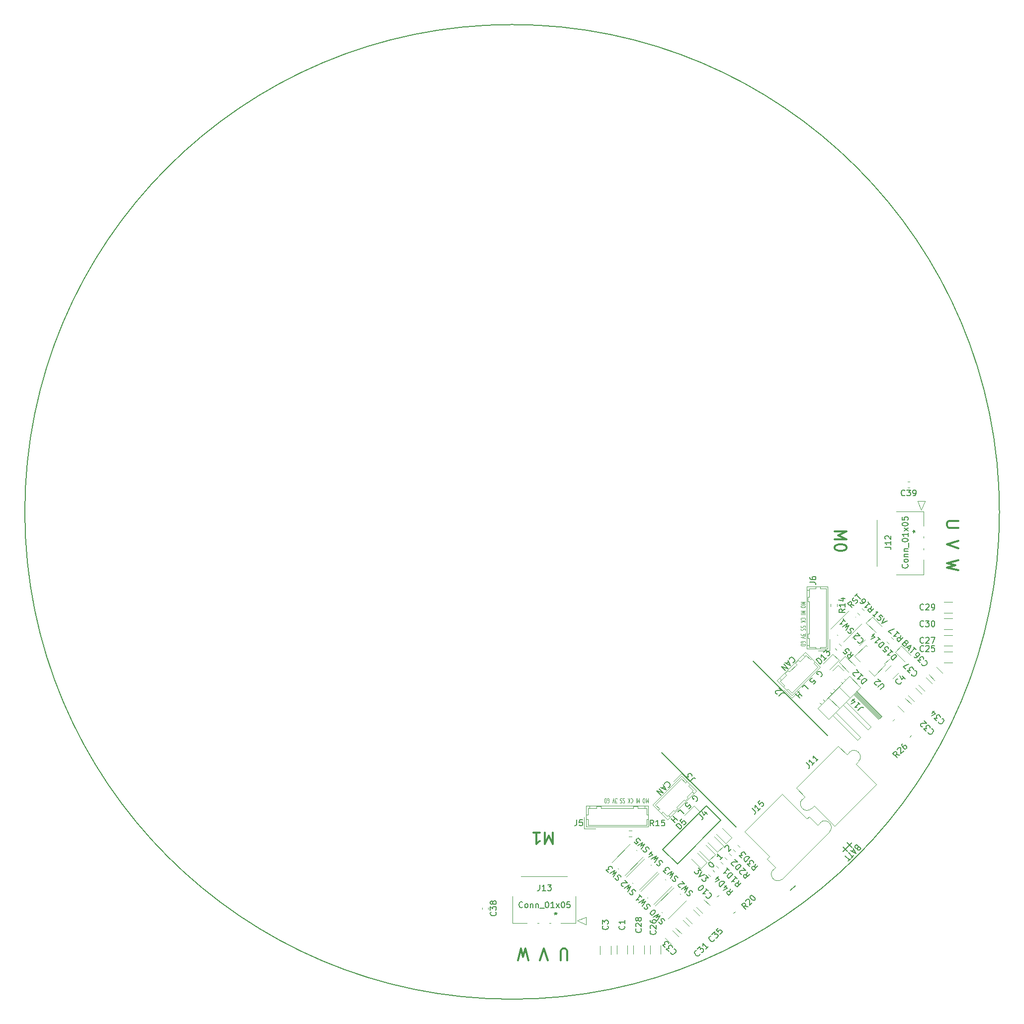
<source format=gbr>
%TF.GenerationSoftware,KiCad,Pcbnew,(6.0.8)*%
%TF.CreationDate,2022-10-14T23:08:25+09:00*%
%TF.ProjectId,ORION_VV_driver_v2,4f52494f-4e5f-4565-965f-647269766572,rev?*%
%TF.SameCoordinates,Original*%
%TF.FileFunction,Legend,Top*%
%TF.FilePolarity,Positive*%
%FSLAX46Y46*%
G04 Gerber Fmt 4.6, Leading zero omitted, Abs format (unit mm)*
G04 Created by KiCad (PCBNEW (6.0.8)) date 2022-10-14 23:08:25*
%MOMM*%
%LPD*%
G01*
G04 APERTURE LIST*
%ADD10C,0.150000*%
%ADD11C,0.300000*%
%ADD12C,0.100000*%
%ADD13C,0.120000*%
%ADD14C,0.200000*%
G04 APERTURE END LIST*
D10*
X117714158Y-113343693D02*
X117310097Y-112939632D01*
X117512128Y-113141663D02*
X118219234Y-112434556D01*
X118050876Y-112468228D01*
X117916189Y-112468228D01*
X117815173Y-112434556D01*
X119061028Y-113276350D02*
X118724311Y-112939632D01*
X118353921Y-113242678D01*
X118421265Y-113242678D01*
X118522280Y-113276350D01*
X118690639Y-113444709D01*
X118724311Y-113545724D01*
X118724311Y-113613067D01*
X118690639Y-113714083D01*
X118522280Y-113882441D01*
X118421265Y-113916113D01*
X118353921Y-113916113D01*
X118252906Y-113882441D01*
X118084547Y-113714083D01*
X118050876Y-113613067D01*
X118050876Y-113545724D01*
X119296730Y-113512052D02*
X118825326Y-114454861D01*
X119768135Y-113983457D01*
X122950115Y-117838873D02*
X123017458Y-117973560D01*
X123017458Y-118040903D01*
X122983787Y-118141918D01*
X122882771Y-118242934D01*
X122781756Y-118276605D01*
X122714413Y-118276605D01*
X122613397Y-118242934D01*
X122344023Y-117973560D01*
X123051130Y-117266453D01*
X123286832Y-117502155D01*
X123320504Y-117603170D01*
X123320504Y-117670514D01*
X123286832Y-117771529D01*
X123219489Y-117838873D01*
X123118474Y-117872544D01*
X123051130Y-117872544D01*
X122950115Y-117838873D01*
X122714413Y-117603170D01*
X123219489Y-118444964D02*
X123556207Y-118781682D01*
X122950115Y-118579651D02*
X123892924Y-118108247D01*
X123421520Y-119051056D01*
X124263313Y-118478636D02*
X124667374Y-118882697D01*
X123758237Y-119387773D02*
X124465344Y-118680667D01*
D11*
X131941379Y-96991938D02*
X130322331Y-96991938D01*
X130131855Y-97087177D01*
X130036617Y-97182415D01*
X129941379Y-97372891D01*
X129941379Y-97753843D01*
X130036617Y-97944319D01*
X130131855Y-98039557D01*
X130322331Y-98134796D01*
X131941379Y-98134796D01*
X131941379Y-100325272D02*
X129941379Y-100991938D01*
X131941379Y-101658605D01*
X131941379Y-103658605D02*
X129941379Y-104134796D01*
X131369950Y-104515748D01*
X129941379Y-104896700D01*
X131941379Y-105372891D01*
X65291361Y-171832433D02*
X65291361Y-170213385D01*
X65196122Y-170022909D01*
X65100884Y-169927671D01*
X64910408Y-169832433D01*
X64529456Y-169832433D01*
X64338980Y-169927671D01*
X64243742Y-170022909D01*
X64148503Y-170213385D01*
X64148503Y-171832433D01*
X61958027Y-171832433D02*
X61291361Y-169832433D01*
X60624694Y-171832433D01*
X58624694Y-171832433D02*
X58148503Y-169832433D01*
X57767551Y-171261004D01*
X57386599Y-169832433D01*
X56910408Y-171832433D01*
D10*
X92140462Y-152588120D02*
X92140462Y-152520777D01*
X92174134Y-152419762D01*
X92342493Y-152251403D01*
X92443508Y-152217731D01*
X92510852Y-152217731D01*
X92611867Y-152251403D01*
X92679210Y-152318746D01*
X92746554Y-152453433D01*
X92746554Y-153261555D01*
X93184287Y-152823823D01*
X91770073Y-154238036D02*
X91366012Y-154642097D01*
X91568042Y-154440066D02*
X90860935Y-153732959D01*
X90894607Y-153901318D01*
X90894607Y-154036005D01*
X90860935Y-154137020D01*
X89413051Y-155180845D02*
X89480394Y-155113502D01*
X89581409Y-155079830D01*
X89648753Y-155079830D01*
X89749768Y-155113502D01*
X89918127Y-155214517D01*
X90086486Y-155382876D01*
X90187501Y-155551234D01*
X90221173Y-155652250D01*
X90221173Y-155719593D01*
X90187501Y-155820608D01*
X90120157Y-155887952D01*
X90019142Y-155921624D01*
X89951799Y-155921624D01*
X89850783Y-155887952D01*
X89682425Y-155786937D01*
X89514066Y-155618578D01*
X89413051Y-155450219D01*
X89379379Y-155349204D01*
X89379379Y-155281860D01*
X89413051Y-155180845D01*
X87577940Y-156039475D02*
X88015673Y-156477208D01*
X87510597Y-156510879D01*
X87611612Y-156611895D01*
X87645284Y-156712910D01*
X87645284Y-156780253D01*
X87611612Y-156881269D01*
X87443253Y-157049627D01*
X87342238Y-157083299D01*
X87274894Y-157083299D01*
X87173879Y-157049627D01*
X86971849Y-156847597D01*
X86938177Y-156746582D01*
X86938177Y-156679238D01*
X88217703Y-156679238D02*
X87746299Y-157622047D01*
X88689108Y-157150643D01*
X88857467Y-157319001D02*
X89295199Y-157756734D01*
X88790123Y-157790406D01*
X88891138Y-157891421D01*
X88924810Y-157992436D01*
X88924810Y-158059780D01*
X88891138Y-158160795D01*
X88722780Y-158329154D01*
X88621764Y-158362826D01*
X88554421Y-158362826D01*
X88453406Y-158329154D01*
X88251375Y-158127123D01*
X88217703Y-158026108D01*
X88217703Y-157958765D01*
D12*
X79052544Y-144212339D02*
X79052544Y-145012339D01*
X78885878Y-144440910D01*
X78719211Y-145012339D01*
X78719211Y-144212339D01*
X78385878Y-145012339D02*
X78290639Y-145012339D01*
X78243020Y-144974244D01*
X78195401Y-144898053D01*
X78171592Y-144745672D01*
X78171592Y-144479005D01*
X78195401Y-144326624D01*
X78243020Y-144250434D01*
X78290639Y-144212339D01*
X78385878Y-144212339D01*
X78433497Y-144250434D01*
X78481116Y-144326624D01*
X78504925Y-144479005D01*
X78504925Y-144745672D01*
X78481116Y-144898053D01*
X78433497Y-144974244D01*
X78385878Y-145012339D01*
X77576354Y-144212339D02*
X77576354Y-145012339D01*
X77409687Y-144440910D01*
X77243020Y-145012339D01*
X77243020Y-144212339D01*
X77004925Y-144212339D02*
X77004925Y-145012339D01*
X76100163Y-144288529D02*
X76123973Y-144250434D01*
X76195401Y-144212339D01*
X76243020Y-144212339D01*
X76314449Y-144250434D01*
X76362068Y-144326624D01*
X76385878Y-144402815D01*
X76409687Y-144555196D01*
X76409687Y-144669482D01*
X76385878Y-144821863D01*
X76362068Y-144898053D01*
X76314449Y-144974244D01*
X76243020Y-145012339D01*
X76195401Y-145012339D01*
X76123973Y-144974244D01*
X76100163Y-144936148D01*
X75885878Y-144212339D02*
X75885878Y-145012339D01*
X75600163Y-144212339D02*
X75814449Y-144669482D01*
X75600163Y-145012339D02*
X75885878Y-144555196D01*
X75028735Y-144250434D02*
X74957306Y-144212339D01*
X74838259Y-144212339D01*
X74790639Y-144250434D01*
X74766830Y-144288529D01*
X74743020Y-144364720D01*
X74743020Y-144440910D01*
X74766830Y-144517101D01*
X74790639Y-144555196D01*
X74838259Y-144593291D01*
X74933497Y-144631386D01*
X74981116Y-144669482D01*
X75004925Y-144707577D01*
X75028735Y-144783767D01*
X75028735Y-144859958D01*
X75004925Y-144936148D01*
X74981116Y-144974244D01*
X74933497Y-145012339D01*
X74814449Y-145012339D01*
X74743020Y-144974244D01*
X74552544Y-144250434D02*
X74481116Y-144212339D01*
X74362068Y-144212339D01*
X74314449Y-144250434D01*
X74290639Y-144288529D01*
X74266830Y-144364720D01*
X74266830Y-144440910D01*
X74290639Y-144517101D01*
X74314449Y-144555196D01*
X74362068Y-144593291D01*
X74457306Y-144631386D01*
X74504925Y-144669482D01*
X74528735Y-144707577D01*
X74552544Y-144783767D01*
X74552544Y-144859958D01*
X74528735Y-144936148D01*
X74504925Y-144974244D01*
X74457306Y-145012339D01*
X74338259Y-145012339D01*
X74266830Y-144974244D01*
X73719211Y-145012339D02*
X73409687Y-145012339D01*
X73576354Y-144707577D01*
X73504925Y-144707577D01*
X73457306Y-144669482D01*
X73433497Y-144631386D01*
X73409687Y-144555196D01*
X73409687Y-144364720D01*
X73433497Y-144288529D01*
X73457306Y-144250434D01*
X73504925Y-144212339D01*
X73647782Y-144212339D01*
X73695401Y-144250434D01*
X73719211Y-144288529D01*
X73266830Y-145012339D02*
X73100163Y-144212339D01*
X72933497Y-145012339D01*
X72123973Y-144974244D02*
X72171592Y-145012339D01*
X72243020Y-145012339D01*
X72314449Y-144974244D01*
X72362068Y-144898053D01*
X72385878Y-144821863D01*
X72409687Y-144669482D01*
X72409687Y-144555196D01*
X72385878Y-144402815D01*
X72362068Y-144326624D01*
X72314449Y-144250434D01*
X72243020Y-144212339D01*
X72195401Y-144212339D01*
X72123973Y-144250434D01*
X72100163Y-144288529D01*
X72100163Y-144555196D01*
X72195401Y-144555196D01*
X71885878Y-144212339D02*
X71885878Y-145012339D01*
X71766830Y-145012339D01*
X71695401Y-144974244D01*
X71647782Y-144898053D01*
X71623973Y-144821863D01*
X71600163Y-144669482D01*
X71600163Y-144555196D01*
X71623973Y-144402815D01*
X71647782Y-144326624D01*
X71695401Y-144250434D01*
X71766830Y-144212339D01*
X71885878Y-144212339D01*
X105028392Y-110807920D02*
X105828392Y-110807920D01*
X105256963Y-110974586D01*
X105828392Y-111141253D01*
X105028392Y-111141253D01*
X105828392Y-111474586D02*
X105828392Y-111569825D01*
X105790297Y-111617444D01*
X105714106Y-111665063D01*
X105561725Y-111688872D01*
X105295058Y-111688872D01*
X105142677Y-111665063D01*
X105066487Y-111617444D01*
X105028392Y-111569825D01*
X105028392Y-111474586D01*
X105066487Y-111426967D01*
X105142677Y-111379348D01*
X105295058Y-111355539D01*
X105561725Y-111355539D01*
X105714106Y-111379348D01*
X105790297Y-111426967D01*
X105828392Y-111474586D01*
X105028392Y-112284110D02*
X105828392Y-112284110D01*
X105256963Y-112450777D01*
X105828392Y-112617444D01*
X105028392Y-112617444D01*
X105028392Y-112855539D02*
X105828392Y-112855539D01*
X105104582Y-113760301D02*
X105066487Y-113736491D01*
X105028392Y-113665063D01*
X105028392Y-113617444D01*
X105066487Y-113546015D01*
X105142677Y-113498396D01*
X105218868Y-113474586D01*
X105371249Y-113450777D01*
X105485535Y-113450777D01*
X105637916Y-113474586D01*
X105714106Y-113498396D01*
X105790297Y-113546015D01*
X105828392Y-113617444D01*
X105828392Y-113665063D01*
X105790297Y-113736491D01*
X105752201Y-113760301D01*
X105028392Y-113974586D02*
X105828392Y-113974586D01*
X105028392Y-114260301D02*
X105485535Y-114046015D01*
X105828392Y-114260301D02*
X105371249Y-113974586D01*
X105066487Y-114831729D02*
X105028392Y-114903158D01*
X105028392Y-115022206D01*
X105066487Y-115069825D01*
X105104582Y-115093634D01*
X105180773Y-115117444D01*
X105256963Y-115117444D01*
X105333154Y-115093634D01*
X105371249Y-115069825D01*
X105409344Y-115022206D01*
X105447439Y-114926967D01*
X105485535Y-114879348D01*
X105523630Y-114855539D01*
X105599820Y-114831729D01*
X105676011Y-114831729D01*
X105752201Y-114855539D01*
X105790297Y-114879348D01*
X105828392Y-114926967D01*
X105828392Y-115046015D01*
X105790297Y-115117444D01*
X105066487Y-115307920D02*
X105028392Y-115379348D01*
X105028392Y-115498396D01*
X105066487Y-115546015D01*
X105104582Y-115569825D01*
X105180773Y-115593634D01*
X105256963Y-115593634D01*
X105333154Y-115569825D01*
X105371249Y-115546015D01*
X105409344Y-115498396D01*
X105447439Y-115403158D01*
X105485535Y-115355539D01*
X105523630Y-115331729D01*
X105599820Y-115307920D01*
X105676011Y-115307920D01*
X105752201Y-115331729D01*
X105790297Y-115355539D01*
X105828392Y-115403158D01*
X105828392Y-115522206D01*
X105790297Y-115593634D01*
X105828392Y-116141253D02*
X105828392Y-116450777D01*
X105523630Y-116284110D01*
X105523630Y-116355539D01*
X105485535Y-116403158D01*
X105447439Y-116426967D01*
X105371249Y-116450777D01*
X105180773Y-116450777D01*
X105104582Y-116426967D01*
X105066487Y-116403158D01*
X105028392Y-116355539D01*
X105028392Y-116212682D01*
X105066487Y-116165063D01*
X105104582Y-116141253D01*
X105828392Y-116593634D02*
X105028392Y-116760301D01*
X105828392Y-116926967D01*
X105790297Y-117736491D02*
X105828392Y-117688872D01*
X105828392Y-117617444D01*
X105790297Y-117546015D01*
X105714106Y-117498396D01*
X105637916Y-117474586D01*
X105485535Y-117450777D01*
X105371249Y-117450777D01*
X105218868Y-117474586D01*
X105142677Y-117498396D01*
X105066487Y-117546015D01*
X105028392Y-117617444D01*
X105028392Y-117665063D01*
X105066487Y-117736491D01*
X105104582Y-117760301D01*
X105371249Y-117760301D01*
X105371249Y-117665063D01*
X105028392Y-117974586D02*
X105828392Y-117974586D01*
X105828392Y-118093634D01*
X105790297Y-118165063D01*
X105714106Y-118212682D01*
X105637916Y-118236491D01*
X105485535Y-118260301D01*
X105371249Y-118260301D01*
X105218868Y-118236491D01*
X105142677Y-118212682D01*
X105066487Y-118165063D01*
X105028392Y-118093634D01*
X105028392Y-117974586D01*
D10*
X108420754Y-123512563D02*
X108521769Y-123478891D01*
X108622784Y-123377876D01*
X108690128Y-123243189D01*
X108690128Y-123108502D01*
X108656456Y-123007487D01*
X108555441Y-122839128D01*
X108454426Y-122738113D01*
X108286067Y-122637097D01*
X108185052Y-122603426D01*
X108050365Y-122603426D01*
X107915678Y-122670769D01*
X107848334Y-122738113D01*
X107780991Y-122872800D01*
X107780991Y-122940143D01*
X108016693Y-123175845D01*
X108151380Y-123041158D01*
X107242243Y-124758418D02*
X107578960Y-124421700D01*
X107275914Y-124051311D01*
X107275914Y-124118654D01*
X107242243Y-124219670D01*
X107073884Y-124388028D01*
X106972869Y-124421700D01*
X106905525Y-124421700D01*
X106804510Y-124388028D01*
X106636151Y-124219670D01*
X106602479Y-124118654D01*
X106602479Y-124051311D01*
X106636151Y-123950296D01*
X106804510Y-123781937D01*
X106905525Y-123748265D01*
X106972869Y-123748265D01*
X105322953Y-125263494D02*
X105659670Y-124926776D01*
X106366777Y-125633883D01*
X104548503Y-126037944D02*
X105255609Y-126745051D01*
X104918892Y-126408333D02*
X104514831Y-126812394D01*
X104144442Y-126442005D02*
X104851548Y-127149112D01*
X87207551Y-144725766D02*
X87308566Y-144692094D01*
X87409581Y-144591079D01*
X87476925Y-144456392D01*
X87476925Y-144321705D01*
X87443253Y-144220690D01*
X87342238Y-144052331D01*
X87241223Y-143951316D01*
X87072864Y-143850300D01*
X86971849Y-143816629D01*
X86837162Y-143816629D01*
X86702475Y-143883972D01*
X86635131Y-143951316D01*
X86567788Y-144086003D01*
X86567788Y-144153346D01*
X86803490Y-144389048D01*
X86938177Y-144254361D01*
X86029040Y-145971621D02*
X86365757Y-145634903D01*
X86062711Y-145264514D01*
X86062711Y-145331857D01*
X86029040Y-145432873D01*
X85860681Y-145601231D01*
X85759666Y-145634903D01*
X85692322Y-145634903D01*
X85591307Y-145601231D01*
X85422948Y-145432873D01*
X85389276Y-145331857D01*
X85389276Y-145264514D01*
X85422948Y-145163499D01*
X85591307Y-144995140D01*
X85692322Y-144961468D01*
X85759666Y-144961468D01*
X84109750Y-146476697D02*
X84446467Y-146139979D01*
X85153574Y-146847086D01*
X83335300Y-147251147D02*
X84042406Y-147958254D01*
X83705689Y-147621536D02*
X83301628Y-148025597D01*
X82931239Y-147655208D02*
X83638345Y-148362315D01*
X81904250Y-141745816D02*
X81904250Y-141678472D01*
X81971594Y-141543785D01*
X82038937Y-141476442D01*
X82173624Y-141409098D01*
X82308311Y-141409098D01*
X82409326Y-141442770D01*
X82577685Y-141543785D01*
X82678700Y-141644800D01*
X82779716Y-141813159D01*
X82813387Y-141914174D01*
X82813387Y-142048861D01*
X82746044Y-142183548D01*
X82678700Y-142250892D01*
X82544013Y-142318235D01*
X82476670Y-142318235D01*
X81769563Y-142149877D02*
X81432845Y-142486594D01*
X81634876Y-141880503D02*
X82106281Y-142823312D01*
X81163471Y-142351907D01*
X80927769Y-142587610D02*
X81634876Y-143294716D01*
X80523708Y-142991671D01*
X81230815Y-143698777D01*
X103117453Y-120532613D02*
X103117453Y-120465269D01*
X103184797Y-120330582D01*
X103252140Y-120263239D01*
X103386827Y-120195895D01*
X103521514Y-120195895D01*
X103622529Y-120229567D01*
X103790888Y-120330582D01*
X103891903Y-120431597D01*
X103992919Y-120599956D01*
X104026590Y-120700971D01*
X104026590Y-120835658D01*
X103959247Y-120970345D01*
X103891903Y-121037689D01*
X103757216Y-121105032D01*
X103689873Y-121105032D01*
X102982766Y-120936674D02*
X102646048Y-121273391D01*
X102848079Y-120667300D02*
X103319484Y-121610109D01*
X102376674Y-121138704D01*
X102140972Y-121374407D02*
X102848079Y-122081513D01*
X101736911Y-121778468D01*
X102444018Y-122485574D01*
D11*
X62815170Y-150033443D02*
X62815170Y-152033443D01*
X62148503Y-150604871D01*
X61481837Y-152033443D01*
X61481837Y-150033443D01*
X59481837Y-150033443D02*
X60624694Y-150033443D01*
X60053265Y-150033443D02*
X60053265Y-152033443D01*
X60243742Y-151747728D01*
X60434218Y-151557252D01*
X60624694Y-151462014D01*
X110849496Y-98761022D02*
X112849496Y-98761022D01*
X111420924Y-99427689D01*
X112849496Y-100094355D01*
X110849496Y-100094355D01*
X112849496Y-101427689D02*
X112849496Y-101618165D01*
X112754258Y-101808641D01*
X112659019Y-101903879D01*
X112468543Y-101999117D01*
X112087591Y-102094355D01*
X111611400Y-102094355D01*
X111230448Y-101999117D01*
X111039972Y-101903879D01*
X110944734Y-101808641D01*
X110849496Y-101618165D01*
X110849496Y-101427689D01*
X110944734Y-101237212D01*
X111039972Y-101141974D01*
X111230448Y-101046736D01*
X111611400Y-100951498D01*
X112087591Y-100951498D01*
X112468543Y-101046736D01*
X112659019Y-101141974D01*
X112754258Y-101237212D01*
X112849496Y-101427689D01*
D10*
X114161788Y-111340224D02*
X113589368Y-111239209D01*
X113757727Y-111744285D02*
X113050620Y-111037179D01*
X113319994Y-110767805D01*
X113421009Y-110734133D01*
X113488353Y-110734133D01*
X113589368Y-110767805D01*
X113690383Y-110868820D01*
X113724055Y-110969835D01*
X113724055Y-111037179D01*
X113690383Y-111138194D01*
X113421009Y-111407568D01*
X114397490Y-111037179D02*
X114532177Y-110969835D01*
X114700536Y-110801476D01*
X114734208Y-110700461D01*
X114734208Y-110633117D01*
X114700536Y-110532102D01*
X114633193Y-110464759D01*
X114532177Y-110431087D01*
X114464834Y-110431087D01*
X114363819Y-110464759D01*
X114195460Y-110565774D01*
X114094444Y-110599446D01*
X114027101Y-110599446D01*
X113926086Y-110565774D01*
X113858742Y-110498430D01*
X113825070Y-110397415D01*
X113825070Y-110330072D01*
X113858742Y-110229056D01*
X114027101Y-110060698D01*
X114161788Y-109993354D01*
X114330147Y-109757652D02*
X114734208Y-109353591D01*
X115239284Y-110262728D02*
X114532177Y-109555621D01*
X114717371Y-152672299D02*
X114582684Y-152739642D01*
X114515341Y-152739642D01*
X114414326Y-152705971D01*
X114313310Y-152604955D01*
X114279639Y-152503940D01*
X114279639Y-152436597D01*
X114313310Y-152335581D01*
X114582684Y-152066207D01*
X115289791Y-152773314D01*
X115054089Y-153009016D01*
X114953074Y-153042688D01*
X114885730Y-153042688D01*
X114784715Y-153009016D01*
X114717371Y-152941673D01*
X114683700Y-152840658D01*
X114683700Y-152773314D01*
X114717371Y-152672299D01*
X114953074Y-152436597D01*
X114111280Y-152941673D02*
X113774562Y-153278390D01*
X113976593Y-152672299D02*
X114447997Y-153615108D01*
X113505188Y-153143703D01*
X114077608Y-153985497D02*
X113673547Y-154389558D01*
X113168471Y-153480421D02*
X113875578Y-154187528D01*
X113538860Y-154524245D02*
X113134799Y-154928306D01*
X112629723Y-154019169D02*
X113336829Y-154726276D01*
X94076589Y-149170438D02*
X81348667Y-136442516D01*
X138892822Y-95430322D02*
G75*
G03*
X138892822Y-95430322I-83000000J0D01*
G01*
X109675364Y-133571662D02*
X96947442Y-120843740D01*
X81870578Y-165029833D02*
X81803235Y-164895146D01*
X81634876Y-164726787D01*
X81533861Y-164693115D01*
X81466517Y-164693115D01*
X81365502Y-164726787D01*
X81298159Y-164794130D01*
X81264487Y-164895146D01*
X81264487Y-164962489D01*
X81298159Y-165063504D01*
X81399174Y-165231863D01*
X81432846Y-165332878D01*
X81432846Y-165400222D01*
X81399174Y-165501237D01*
X81331830Y-165568581D01*
X81230815Y-165602252D01*
X81163472Y-165602252D01*
X81062456Y-165568581D01*
X80894098Y-165400222D01*
X80826754Y-165265535D01*
X80557380Y-165063504D02*
X81096128Y-164188039D01*
X80456365Y-164558428D01*
X80826754Y-163918665D01*
X79951289Y-164457413D01*
X79547228Y-164053352D02*
X79479884Y-163986008D01*
X79446212Y-163884993D01*
X79446212Y-163817650D01*
X79479884Y-163716634D01*
X79580899Y-163548276D01*
X79749258Y-163379917D01*
X79917617Y-163278902D01*
X80018632Y-163245230D01*
X80085976Y-163245230D01*
X80186991Y-163278902D01*
X80254334Y-163346245D01*
X80288006Y-163447260D01*
X80288006Y-163514604D01*
X80254334Y-163615619D01*
X80153319Y-163783978D01*
X79984960Y-163952337D01*
X79816602Y-164053352D01*
X79715586Y-164087024D01*
X79648243Y-164087024D01*
X79547228Y-164053352D01*
X76920830Y-160080085D02*
X76853487Y-159945398D01*
X76685128Y-159777039D01*
X76584113Y-159743367D01*
X76516769Y-159743367D01*
X76415754Y-159777039D01*
X76348411Y-159844382D01*
X76314739Y-159945398D01*
X76314739Y-160012741D01*
X76348411Y-160113756D01*
X76449426Y-160282115D01*
X76483098Y-160383130D01*
X76483098Y-160450474D01*
X76449426Y-160551489D01*
X76382082Y-160618833D01*
X76281067Y-160652504D01*
X76213724Y-160652504D01*
X76112708Y-160618833D01*
X75944350Y-160450474D01*
X75877006Y-160315787D01*
X75607632Y-160113756D02*
X76146380Y-159238291D01*
X75506617Y-159608680D01*
X75877006Y-158968917D01*
X75001541Y-159507665D01*
X74833182Y-159204619D02*
X74765838Y-159204619D01*
X74664823Y-159170947D01*
X74496464Y-159002589D01*
X74462793Y-158901573D01*
X74462793Y-158834230D01*
X74496464Y-158733215D01*
X74563808Y-158665871D01*
X74698495Y-158598528D01*
X75506617Y-158598528D01*
X75068884Y-158160795D01*
X79395704Y-162554959D02*
X79328361Y-162420272D01*
X79160002Y-162251913D01*
X79058987Y-162218241D01*
X78991643Y-162218241D01*
X78890628Y-162251913D01*
X78823285Y-162319256D01*
X78789613Y-162420272D01*
X78789613Y-162487615D01*
X78823285Y-162588630D01*
X78924300Y-162756989D01*
X78957972Y-162858004D01*
X78957972Y-162925348D01*
X78924300Y-163026363D01*
X78856956Y-163093707D01*
X78755941Y-163127378D01*
X78688598Y-163127378D01*
X78587582Y-163093707D01*
X78419224Y-162925348D01*
X78351880Y-162790661D01*
X78082506Y-162588630D02*
X78621254Y-161713165D01*
X77981491Y-162083554D01*
X78351880Y-161443791D01*
X77476415Y-161982539D01*
X77543758Y-160635669D02*
X77947819Y-161039730D01*
X77745789Y-160837699D02*
X77038682Y-161544806D01*
X77207041Y-161511134D01*
X77341728Y-161511134D01*
X77442743Y-161544806D01*
X74445957Y-157605211D02*
X74378614Y-157470524D01*
X74210255Y-157302165D01*
X74109240Y-157268493D01*
X74041896Y-157268493D01*
X73940881Y-157302165D01*
X73873538Y-157369508D01*
X73839866Y-157470524D01*
X73839866Y-157537867D01*
X73873538Y-157638882D01*
X73974553Y-157807241D01*
X74008225Y-157908256D01*
X74008225Y-157975600D01*
X73974553Y-158076615D01*
X73907209Y-158143959D01*
X73806194Y-158177630D01*
X73738851Y-158177630D01*
X73637835Y-158143959D01*
X73469477Y-157975600D01*
X73402133Y-157840913D01*
X73132759Y-157638882D02*
X73671507Y-156763417D01*
X73031744Y-157133806D01*
X73402133Y-156494043D01*
X72526668Y-157032791D01*
X72324637Y-156830760D02*
X71886904Y-156393028D01*
X72391981Y-156359356D01*
X72290965Y-156258341D01*
X72257294Y-156157325D01*
X72257294Y-156089982D01*
X72290965Y-155988967D01*
X72459324Y-155820608D01*
X72560339Y-155786936D01*
X72627683Y-155786936D01*
X72728698Y-155820608D01*
X72930729Y-156022638D01*
X72964400Y-156123654D01*
X72964400Y-156190997D01*
%TO.C,U2*%
X118623295Y-125701227D02*
X119195715Y-125128807D01*
X119229387Y-125027792D01*
X119229387Y-124960448D01*
X119195715Y-124859433D01*
X119061028Y-124724746D01*
X118960013Y-124691074D01*
X118892669Y-124691074D01*
X118791654Y-124724746D01*
X118219234Y-125297166D01*
X117983532Y-124926776D02*
X117916189Y-124926776D01*
X117815173Y-124893105D01*
X117646815Y-124724746D01*
X117613143Y-124623731D01*
X117613143Y-124556387D01*
X117646815Y-124455372D01*
X117714158Y-124388028D01*
X117848845Y-124320685D01*
X118656967Y-124320685D01*
X118219234Y-123882952D01*
%TO.C,R17*%
X122074650Y-116424660D02*
X121973635Y-116997079D01*
X122478711Y-116828721D02*
X121771604Y-117535827D01*
X121502230Y-117266453D01*
X121468558Y-117165438D01*
X121468558Y-117098095D01*
X121502230Y-116997079D01*
X121603245Y-116896064D01*
X121704261Y-116862392D01*
X121771604Y-116862392D01*
X121872619Y-116896064D01*
X122141993Y-117165438D01*
X121401215Y-115751224D02*
X121805276Y-116155285D01*
X121603245Y-115953255D02*
X120896138Y-116660362D01*
X121064497Y-116626690D01*
X121199184Y-116626690D01*
X121300200Y-116660362D01*
X120458406Y-116222629D02*
X119987001Y-115751224D01*
X120997154Y-115347163D01*
%TO.C,R16*%
X117124902Y-111474912D02*
X117023887Y-112047331D01*
X117528963Y-111878973D02*
X116821856Y-112586079D01*
X116552482Y-112316705D01*
X116518810Y-112215690D01*
X116518810Y-112148347D01*
X116552482Y-112047331D01*
X116653497Y-111946316D01*
X116754513Y-111912644D01*
X116821856Y-111912644D01*
X116922871Y-111946316D01*
X117192245Y-112215690D01*
X116451467Y-110801476D02*
X116855528Y-111205537D01*
X116653497Y-111003507D02*
X115946390Y-111710614D01*
X116114749Y-111676942D01*
X116249436Y-111676942D01*
X116350452Y-111710614D01*
X115138268Y-110902492D02*
X115272955Y-111037179D01*
X115373971Y-111070850D01*
X115441314Y-111070850D01*
X115609673Y-111037179D01*
X115778032Y-110936163D01*
X116047406Y-110666789D01*
X116081077Y-110565774D01*
X116081077Y-110498431D01*
X116047406Y-110397415D01*
X115912719Y-110262728D01*
X115811703Y-110229057D01*
X115744360Y-110229057D01*
X115643345Y-110262728D01*
X115474986Y-110431087D01*
X115441314Y-110532102D01*
X115441314Y-110599446D01*
X115474986Y-110700461D01*
X115609673Y-110835148D01*
X115710688Y-110868820D01*
X115778032Y-110868820D01*
X115879047Y-110835148D01*
%TO.C,D15*%
X121418050Y-120010701D02*
X120710943Y-120717807D01*
X120542584Y-120549449D01*
X120475241Y-120414762D01*
X120475241Y-120280075D01*
X120508913Y-120179059D01*
X120609928Y-120010701D01*
X120710943Y-119909685D01*
X120879302Y-119808670D01*
X120980317Y-119774998D01*
X121115004Y-119774998D01*
X121249691Y-119842342D01*
X121418050Y-120010701D01*
X120340554Y-118933204D02*
X120744615Y-119337265D01*
X120542584Y-119135235D02*
X119835477Y-119842342D01*
X120003836Y-119808670D01*
X120138523Y-119808670D01*
X120239539Y-119842342D01*
X118993684Y-119000548D02*
X119330401Y-119337265D01*
X119700790Y-119034220D01*
X119633447Y-119034220D01*
X119532432Y-119000548D01*
X119364073Y-118832189D01*
X119330401Y-118731174D01*
X119330401Y-118663830D01*
X119364073Y-118562815D01*
X119532432Y-118394456D01*
X119633447Y-118360785D01*
X119700790Y-118360785D01*
X119801806Y-118394456D01*
X119970164Y-118562815D01*
X120003836Y-118663830D01*
X120003836Y-118731174D01*
%TO.C,D14*%
X119296730Y-117889381D02*
X118589623Y-118596487D01*
X118421264Y-118428129D01*
X118353921Y-118293442D01*
X118353921Y-118158755D01*
X118387593Y-118057739D01*
X118488608Y-117889381D01*
X118589623Y-117788365D01*
X118757982Y-117687350D01*
X118858997Y-117653678D01*
X118993684Y-117653678D01*
X119128371Y-117721022D01*
X119296730Y-117889381D01*
X118219234Y-116811884D02*
X118623295Y-117215945D01*
X118421264Y-117013915D02*
X117714157Y-117721022D01*
X117882516Y-117687350D01*
X118017203Y-117687350D01*
X118118219Y-117721022D01*
X117141738Y-116677197D02*
X117613142Y-116205793D01*
X117040722Y-117114930D02*
X117714157Y-116778213D01*
X117276425Y-116340480D01*
%TO.C,J2*%
X101349687Y-126812394D02*
X101854763Y-126307318D01*
X101989450Y-126239974D01*
X102124137Y-126239974D01*
X102258824Y-126307318D01*
X102326167Y-126374661D01*
X101113984Y-126442005D02*
X101046641Y-126442005D01*
X100945626Y-126408333D01*
X100777267Y-126239974D01*
X100743595Y-126138959D01*
X100743595Y-126071615D01*
X100777267Y-125970600D01*
X100844610Y-125903257D01*
X100979297Y-125835913D01*
X101787419Y-125835913D01*
X101349687Y-125398180D01*
%TO.C,R5*%
X113616811Y-119280529D02*
X113515796Y-119852949D01*
X114020872Y-119684590D02*
X113313766Y-120391697D01*
X113044391Y-120122323D01*
X113010720Y-120021308D01*
X113010720Y-119953964D01*
X113044391Y-119852949D01*
X113145407Y-119751934D01*
X113246422Y-119718262D01*
X113313766Y-119718262D01*
X113414781Y-119751934D01*
X113684155Y-120021308D01*
X112269941Y-119347872D02*
X112606659Y-119684590D01*
X112977048Y-119381544D01*
X112909704Y-119381544D01*
X112808689Y-119347872D01*
X112640330Y-119179514D01*
X112606659Y-119078498D01*
X112606659Y-119011155D01*
X112640330Y-118910140D01*
X112808689Y-118741781D01*
X112909704Y-118708109D01*
X112977048Y-118708109D01*
X113078063Y-118741781D01*
X113246422Y-118910140D01*
X113280094Y-119011155D01*
X113280094Y-119078498D01*
%TO.C,R2*%
X95900250Y-156774865D02*
X95799235Y-157347285D01*
X96304311Y-157178926D02*
X95597205Y-157886033D01*
X95327830Y-157616659D01*
X95294159Y-157515644D01*
X95294159Y-157448300D01*
X95327830Y-157347285D01*
X95428846Y-157246270D01*
X95529861Y-157212598D01*
X95597205Y-157212598D01*
X95698220Y-157246270D01*
X95967594Y-157515644D01*
X94991113Y-157145254D02*
X94923769Y-157145254D01*
X94822754Y-157111583D01*
X94654395Y-156943224D01*
X94620724Y-156842208D01*
X94620724Y-156774865D01*
X94654395Y-156673850D01*
X94721739Y-156606506D01*
X94856426Y-156539163D01*
X95664548Y-156539163D01*
X95226815Y-156101430D01*
%TO.C,D2*%
X94918382Y-155736429D02*
X94211276Y-156443536D01*
X94042917Y-156275177D01*
X93975573Y-156140490D01*
X93975573Y-156005803D01*
X94009245Y-155904788D01*
X94110260Y-155736429D01*
X94211276Y-155635414D01*
X94379634Y-155534399D01*
X94480650Y-155500727D01*
X94615337Y-155500727D01*
X94750024Y-155568070D01*
X94918382Y-155736429D01*
X93605184Y-155702757D02*
X93537840Y-155702757D01*
X93436825Y-155669086D01*
X93268466Y-155500727D01*
X93234795Y-155399711D01*
X93234795Y-155332368D01*
X93268466Y-155231353D01*
X93335810Y-155164009D01*
X93470497Y-155096666D01*
X94278619Y-155096666D01*
X93840886Y-154658933D01*
%TO.C,SW4*%
X81517024Y-155130338D02*
X81449681Y-154995651D01*
X81281322Y-154827292D01*
X81180307Y-154793620D01*
X81112963Y-154793620D01*
X81011948Y-154827292D01*
X80944605Y-154894635D01*
X80910933Y-154995651D01*
X80910933Y-155062994D01*
X80944605Y-155164009D01*
X81045620Y-155332368D01*
X81079292Y-155433383D01*
X81079292Y-155500727D01*
X81045620Y-155601742D01*
X80978276Y-155669086D01*
X80877261Y-155702757D01*
X80809918Y-155702757D01*
X80708902Y-155669086D01*
X80540544Y-155500727D01*
X80473200Y-155366040D01*
X80203826Y-155164009D02*
X80742574Y-154288544D01*
X80102811Y-154658933D01*
X80473200Y-154019170D01*
X79597735Y-154557918D01*
X79261017Y-153749796D02*
X79732422Y-153278391D01*
X79160002Y-154187529D02*
X79833437Y-153850811D01*
X79395704Y-153413078D01*
%TO.C,C37*%
X124482179Y-122502410D02*
X124549523Y-122502410D01*
X124684210Y-122569754D01*
X124751553Y-122637097D01*
X124818897Y-122771784D01*
X124818897Y-122906471D01*
X124785225Y-123007486D01*
X124684210Y-123175845D01*
X124583195Y-123276860D01*
X124414836Y-123377876D01*
X124313821Y-123411547D01*
X124179134Y-123411547D01*
X124044447Y-123344204D01*
X123977103Y-123276860D01*
X123909760Y-123142173D01*
X123909760Y-123074830D01*
X123606714Y-122906471D02*
X123168981Y-122468738D01*
X123674057Y-122435067D01*
X123573042Y-122334051D01*
X123539370Y-122233036D01*
X123539370Y-122165692D01*
X123573042Y-122064677D01*
X123741401Y-121896318D01*
X123842416Y-121862647D01*
X123909760Y-121862647D01*
X124010775Y-121896318D01*
X124212805Y-122098349D01*
X124246477Y-122199364D01*
X124246477Y-122266708D01*
X122933279Y-122233036D02*
X122461874Y-121761631D01*
X123472027Y-121357570D01*
%TO.C,R26*%
X121872619Y-136863412D02*
X121300200Y-136762397D01*
X121468558Y-137267473D02*
X120761452Y-136560366D01*
X121030826Y-136290992D01*
X121131841Y-136257320D01*
X121199184Y-136257320D01*
X121300200Y-136290992D01*
X121401215Y-136392007D01*
X121434887Y-136493023D01*
X121434887Y-136560366D01*
X121401215Y-136661381D01*
X121131841Y-136930755D01*
X121502230Y-135954274D02*
X121502230Y-135886931D01*
X121535902Y-135785916D01*
X121704261Y-135617557D01*
X121805276Y-135583885D01*
X121872619Y-135583885D01*
X121973635Y-135617557D01*
X122040978Y-135684900D01*
X122108322Y-135819587D01*
X122108322Y-136627710D01*
X122546055Y-136189977D01*
X122445039Y-134876778D02*
X122310352Y-135011465D01*
X122276681Y-135112481D01*
X122276681Y-135179824D01*
X122310352Y-135348183D01*
X122411368Y-135516542D01*
X122680742Y-135785916D01*
X122781757Y-135819587D01*
X122849100Y-135819587D01*
X122950116Y-135785916D01*
X123084803Y-135651229D01*
X123118474Y-135550213D01*
X123118474Y-135482870D01*
X123084803Y-135381855D01*
X122916444Y-135213496D01*
X122815429Y-135179824D01*
X122748085Y-135179824D01*
X122647070Y-135213496D01*
X122512383Y-135348183D01*
X122478711Y-135449198D01*
X122478711Y-135516542D01*
X122512383Y-135617557D01*
%TO.C,C26*%
X80291595Y-166783858D02*
X80339214Y-166831477D01*
X80386833Y-166974334D01*
X80386833Y-167069572D01*
X80339214Y-167212429D01*
X80243976Y-167307667D01*
X80148738Y-167355286D01*
X79958262Y-167402905D01*
X79815405Y-167402905D01*
X79624929Y-167355286D01*
X79529691Y-167307667D01*
X79434453Y-167212429D01*
X79386833Y-167069572D01*
X79386833Y-166974334D01*
X79434453Y-166831477D01*
X79482072Y-166783858D01*
X79482072Y-166402905D02*
X79434453Y-166355286D01*
X79386833Y-166260048D01*
X79386833Y-166021953D01*
X79434453Y-165926715D01*
X79482072Y-165879096D01*
X79577310Y-165831477D01*
X79672548Y-165831477D01*
X79815405Y-165879096D01*
X80386833Y-166450524D01*
X80386833Y-165831477D01*
X79386833Y-164974334D02*
X79386833Y-165164810D01*
X79434453Y-165260048D01*
X79482072Y-165307667D01*
X79624929Y-165402905D01*
X79815405Y-165450524D01*
X80196357Y-165450524D01*
X80291595Y-165402905D01*
X80339214Y-165355286D01*
X80386833Y-165260048D01*
X80386833Y-165069572D01*
X80339214Y-164974334D01*
X80291595Y-164926715D01*
X80196357Y-164879096D01*
X79958262Y-164879096D01*
X79863024Y-164926715D01*
X79815405Y-164974334D01*
X79767786Y-165069572D01*
X79767786Y-165260048D01*
X79815405Y-165355286D01*
X79863024Y-165402905D01*
X79958262Y-165450524D01*
%TO.C,SW5*%
X79218928Y-152832240D02*
X79151585Y-152697553D01*
X78983226Y-152529194D01*
X78882211Y-152495522D01*
X78814867Y-152495522D01*
X78713852Y-152529194D01*
X78646509Y-152596537D01*
X78612837Y-152697553D01*
X78612837Y-152764896D01*
X78646509Y-152865911D01*
X78747524Y-153034270D01*
X78781196Y-153135285D01*
X78781196Y-153202629D01*
X78747524Y-153303644D01*
X78680180Y-153370988D01*
X78579165Y-153404659D01*
X78511822Y-153404659D01*
X78410806Y-153370988D01*
X78242448Y-153202629D01*
X78175104Y-153067942D01*
X77905730Y-152865911D02*
X78444478Y-151990446D01*
X77804715Y-152360835D01*
X78175104Y-151721072D01*
X77299639Y-152259820D01*
X76693547Y-151653728D02*
X77030265Y-151990446D01*
X77400654Y-151687400D01*
X77333310Y-151687400D01*
X77232295Y-151653728D01*
X77063936Y-151485370D01*
X77030265Y-151384354D01*
X77030265Y-151317011D01*
X77063936Y-151215996D01*
X77232295Y-151047637D01*
X77333310Y-151013965D01*
X77400654Y-151013965D01*
X77501669Y-151047637D01*
X77670028Y-151215996D01*
X77703700Y-151317011D01*
X77703700Y-151384354D01*
%TO.C,D13*%
X108357995Y-121328484D02*
X107650889Y-120621377D01*
X107819247Y-120453018D01*
X107953934Y-120385675D01*
X108088621Y-120385675D01*
X108189637Y-120419347D01*
X108357995Y-120520362D01*
X108459011Y-120621377D01*
X108560026Y-120789736D01*
X108593698Y-120890751D01*
X108593698Y-121025438D01*
X108526354Y-121160125D01*
X108357995Y-121328484D01*
X109435492Y-120250988D02*
X109031431Y-120655049D01*
X109233461Y-120453018D02*
X108526354Y-119745911D01*
X108560026Y-119914270D01*
X108560026Y-120048957D01*
X108526354Y-120149973D01*
X108964087Y-119308179D02*
X109401820Y-118870446D01*
X109435492Y-119375522D01*
X109536507Y-119274507D01*
X109637522Y-119240835D01*
X109704866Y-119240835D01*
X109805881Y-119274507D01*
X109974240Y-119442866D01*
X110007911Y-119543881D01*
X110007911Y-119611224D01*
X109974240Y-119712240D01*
X109772209Y-119914270D01*
X109671194Y-119947942D01*
X109603850Y-119947942D01*
%TO.C,J12*%
X119409686Y-101443147D02*
X120123972Y-101443147D01*
X120266829Y-101490766D01*
X120362067Y-101586004D01*
X120409686Y-101728862D01*
X120409686Y-101824100D01*
X120409686Y-100443147D02*
X120409686Y-101014576D01*
X120409686Y-100728862D02*
X119409686Y-100728862D01*
X119552544Y-100824100D01*
X119647782Y-100919338D01*
X119695401Y-101014576D01*
X119504925Y-100062195D02*
X119457306Y-100014576D01*
X119409686Y-99919338D01*
X119409686Y-99681243D01*
X119457306Y-99586004D01*
X119504925Y-99538385D01*
X119600163Y-99490766D01*
X119695401Y-99490766D01*
X119838258Y-99538385D01*
X120409686Y-100109814D01*
X120409686Y-99490766D01*
X123214448Y-104371719D02*
X123262067Y-104419338D01*
X123309686Y-104562195D01*
X123309686Y-104657433D01*
X123262067Y-104800290D01*
X123166829Y-104895528D01*
X123071591Y-104943147D01*
X122881115Y-104990766D01*
X122738258Y-104990766D01*
X122547782Y-104943147D01*
X122452544Y-104895528D01*
X122357306Y-104800290D01*
X122309686Y-104657433D01*
X122309686Y-104562195D01*
X122357306Y-104419338D01*
X122404925Y-104371719D01*
X123309686Y-103800290D02*
X123262067Y-103895528D01*
X123214448Y-103943147D01*
X123119210Y-103990766D01*
X122833496Y-103990766D01*
X122738258Y-103943147D01*
X122690639Y-103895528D01*
X122643020Y-103800290D01*
X122643020Y-103657433D01*
X122690639Y-103562195D01*
X122738258Y-103514576D01*
X122833496Y-103466957D01*
X123119210Y-103466957D01*
X123214448Y-103514576D01*
X123262067Y-103562195D01*
X123309686Y-103657433D01*
X123309686Y-103800290D01*
X122643020Y-103038385D02*
X123309686Y-103038385D01*
X122738258Y-103038385D02*
X122690639Y-102990766D01*
X122643020Y-102895528D01*
X122643020Y-102752671D01*
X122690639Y-102657433D01*
X122785877Y-102609814D01*
X123309686Y-102609814D01*
X122643020Y-102133624D02*
X123309686Y-102133624D01*
X122738258Y-102133624D02*
X122690639Y-102086004D01*
X122643020Y-101990766D01*
X122643020Y-101847909D01*
X122690639Y-101752671D01*
X122785877Y-101705052D01*
X123309686Y-101705052D01*
X123404925Y-101466957D02*
X123404925Y-100705052D01*
X122309686Y-100276481D02*
X122309686Y-100181243D01*
X122357306Y-100086004D01*
X122404925Y-100038385D01*
X122500163Y-99990766D01*
X122690639Y-99943147D01*
X122928734Y-99943147D01*
X123119210Y-99990766D01*
X123214448Y-100038385D01*
X123262067Y-100086004D01*
X123309686Y-100181243D01*
X123309686Y-100276481D01*
X123262067Y-100371719D01*
X123214448Y-100419338D01*
X123119210Y-100466957D01*
X122928734Y-100514576D01*
X122690639Y-100514576D01*
X122500163Y-100466957D01*
X122404925Y-100419338D01*
X122357306Y-100371719D01*
X122309686Y-100276481D01*
X123309686Y-98990766D02*
X123309686Y-99562195D01*
X123309686Y-99276481D02*
X122309686Y-99276481D01*
X122452544Y-99371719D01*
X122547782Y-99466957D01*
X122595401Y-99562195D01*
X123309686Y-98657433D02*
X122643020Y-98133624D01*
X122643020Y-98657433D02*
X123309686Y-98133624D01*
X122309686Y-97562195D02*
X122309686Y-97466957D01*
X122357306Y-97371719D01*
X122404925Y-97324100D01*
X122500163Y-97276481D01*
X122690639Y-97228862D01*
X122928734Y-97228862D01*
X123119210Y-97276481D01*
X123214448Y-97324100D01*
X123262067Y-97371719D01*
X123309686Y-97466957D01*
X123309686Y-97562195D01*
X123262067Y-97657433D01*
X123214448Y-97705052D01*
X123119210Y-97752671D01*
X122928734Y-97800290D01*
X122690639Y-97800290D01*
X122500163Y-97752671D01*
X122404925Y-97705052D01*
X122357306Y-97657433D01*
X122309686Y-97562195D01*
X122309686Y-96324100D02*
X122309686Y-96800290D01*
X122785877Y-96847909D01*
X122738258Y-96800290D01*
X122690639Y-96705052D01*
X122690639Y-96466957D01*
X122738258Y-96371719D01*
X122785877Y-96324100D01*
X122881115Y-96276481D01*
X123119210Y-96276481D01*
X123214448Y-96324100D01*
X123262067Y-96371719D01*
X123309686Y-96466957D01*
X123309686Y-96705052D01*
X123262067Y-96800290D01*
X123214448Y-96847909D01*
X124109686Y-98733624D02*
X124347782Y-98733624D01*
X124252544Y-98971719D02*
X124347782Y-98733624D01*
X124252544Y-98495528D01*
X124538258Y-98876481D02*
X124347782Y-98733624D01*
X124538258Y-98590766D01*
%TO.C,J14*%
X114771414Y-129266897D02*
X115276490Y-128761821D01*
X115411177Y-128694478D01*
X115545864Y-128694478D01*
X115680551Y-128761821D01*
X115747895Y-128829165D01*
X114771414Y-127852684D02*
X115175475Y-128256745D01*
X114973445Y-128054714D02*
X114266338Y-128761821D01*
X114434697Y-128728149D01*
X114569384Y-128728149D01*
X114670399Y-128761821D01*
X113693918Y-127717997D02*
X114165323Y-127246592D01*
X113592903Y-128155730D02*
X114266338Y-127819012D01*
X113828605Y-127381279D01*
%TO.C,D1*%
X93504168Y-157150643D02*
X92797062Y-157857750D01*
X92628703Y-157689391D01*
X92561359Y-157554704D01*
X92561359Y-157420017D01*
X92595031Y-157319002D01*
X92696046Y-157150643D01*
X92797062Y-157049628D01*
X92965420Y-156948613D01*
X93066436Y-156914941D01*
X93201123Y-156914941D01*
X93335810Y-156982284D01*
X93504168Y-157150643D01*
X92426672Y-156073147D02*
X92830733Y-156477208D01*
X92628703Y-156275177D02*
X91921596Y-156982284D01*
X92089955Y-156948613D01*
X92224642Y-156948613D01*
X92325657Y-156982284D01*
%TO.C,D5*%
X84505393Y-149481900D02*
X83798286Y-148774794D01*
X83966645Y-148606435D01*
X84101332Y-148539091D01*
X84236019Y-148539091D01*
X84337034Y-148572763D01*
X84505393Y-148673778D01*
X84606408Y-148774794D01*
X84707423Y-148943152D01*
X84741095Y-149044168D01*
X84741095Y-149178855D01*
X84673752Y-149313542D01*
X84505393Y-149481900D01*
X84842111Y-147730969D02*
X84505393Y-148067687D01*
X84808439Y-148438076D01*
X84808439Y-148370732D01*
X84842111Y-148269717D01*
X85010469Y-148101358D01*
X85111485Y-148067687D01*
X85178828Y-148067687D01*
X85279843Y-148101358D01*
X85448202Y-148269717D01*
X85481874Y-148370732D01*
X85481874Y-148438076D01*
X85448202Y-148539091D01*
X85279843Y-148707450D01*
X85178828Y-148741122D01*
X85111485Y-148741122D01*
%TO.C,C36*%
X126249946Y-120734643D02*
X126317290Y-120734643D01*
X126451977Y-120801987D01*
X126519320Y-120869330D01*
X126586664Y-121004017D01*
X126586664Y-121138704D01*
X126552992Y-121239719D01*
X126451977Y-121408078D01*
X126350962Y-121509093D01*
X126182603Y-121610109D01*
X126081588Y-121643780D01*
X125946901Y-121643780D01*
X125812214Y-121576437D01*
X125744870Y-121509093D01*
X125677527Y-121374406D01*
X125677527Y-121307063D01*
X125374481Y-121138704D02*
X124936748Y-120700971D01*
X125441824Y-120667300D01*
X125340809Y-120566284D01*
X125307137Y-120465269D01*
X125307137Y-120397925D01*
X125340809Y-120296910D01*
X125509168Y-120128551D01*
X125610183Y-120094880D01*
X125677527Y-120094880D01*
X125778542Y-120128551D01*
X125980572Y-120330582D01*
X126014244Y-120431597D01*
X126014244Y-120498941D01*
X124330656Y-120094880D02*
X124465343Y-120229567D01*
X124566359Y-120263238D01*
X124633702Y-120263238D01*
X124802061Y-120229567D01*
X124970420Y-120128551D01*
X125239794Y-119859177D01*
X125273465Y-119758162D01*
X125273465Y-119690819D01*
X125239794Y-119589803D01*
X125105107Y-119455116D01*
X125004091Y-119421445D01*
X124936748Y-119421445D01*
X124835733Y-119455116D01*
X124667374Y-119623475D01*
X124633702Y-119724490D01*
X124633702Y-119791834D01*
X124667374Y-119892849D01*
X124802061Y-120027536D01*
X124903076Y-120061208D01*
X124970420Y-120061208D01*
X125071435Y-120027536D01*
%TO.C,J11*%
X105968610Y-138165667D02*
X106473686Y-138670743D01*
X106541029Y-138805430D01*
X106541029Y-138940117D01*
X106473686Y-139074804D01*
X106406342Y-139142148D01*
X107382823Y-138165667D02*
X106978762Y-138569728D01*
X107180793Y-138367698D02*
X106473686Y-137660591D01*
X106507358Y-137828950D01*
X106507358Y-137963637D01*
X106473686Y-138064652D01*
X108056258Y-137492232D02*
X107652197Y-137896293D01*
X107854228Y-137694263D02*
X107147121Y-136987156D01*
X107180793Y-137155515D01*
X107180793Y-137290202D01*
X107147121Y-137391217D01*
X112963916Y-152602430D02*
X113772038Y-151794308D01*
X113772038Y-152602430D02*
X112963916Y-151794308D01*
%TO.C,J6*%
X106610444Y-107430917D02*
X107324730Y-107430917D01*
X107467587Y-107478536D01*
X107562825Y-107573774D01*
X107610444Y-107716631D01*
X107610444Y-107811869D01*
X106610444Y-106526155D02*
X106610444Y-106716631D01*
X106658064Y-106811869D01*
X106705683Y-106859488D01*
X106848540Y-106954726D01*
X107039016Y-107002345D01*
X107419968Y-107002345D01*
X107515206Y-106954726D01*
X107562825Y-106907107D01*
X107610444Y-106811869D01*
X107610444Y-106621393D01*
X107562825Y-106526155D01*
X107515206Y-106478536D01*
X107419968Y-106430917D01*
X107181873Y-106430917D01*
X107086635Y-106478536D01*
X107039016Y-106526155D01*
X106991397Y-106621393D01*
X106991397Y-106811869D01*
X107039016Y-106907107D01*
X107086635Y-106954726D01*
X107181873Y-107002345D01*
%TO.C,C3*%
X72159867Y-165954113D02*
X72207486Y-166001732D01*
X72255105Y-166144589D01*
X72255105Y-166239827D01*
X72207486Y-166382685D01*
X72112248Y-166477923D01*
X72017010Y-166525542D01*
X71826534Y-166573161D01*
X71683677Y-166573161D01*
X71493201Y-166525542D01*
X71397963Y-166477923D01*
X71302725Y-166382685D01*
X71255105Y-166239827D01*
X71255105Y-166144589D01*
X71302725Y-166001732D01*
X71350344Y-165954113D01*
X71255105Y-165620780D02*
X71255105Y-165001732D01*
X71636058Y-165335066D01*
X71636058Y-165192208D01*
X71683677Y-165096970D01*
X71731296Y-165049351D01*
X71826534Y-165001732D01*
X72064629Y-165001732D01*
X72159867Y-165049351D01*
X72207486Y-165096970D01*
X72255105Y-165192208D01*
X72255105Y-165477923D01*
X72207486Y-165573161D01*
X72159867Y-165620780D01*
%TO.C,C25*%
X125960642Y-119121988D02*
X125913023Y-119169607D01*
X125770166Y-119217226D01*
X125674928Y-119217226D01*
X125532071Y-119169607D01*
X125436833Y-119074369D01*
X125389214Y-118979131D01*
X125341595Y-118788655D01*
X125341595Y-118645798D01*
X125389214Y-118455322D01*
X125436833Y-118360084D01*
X125532071Y-118264846D01*
X125674928Y-118217226D01*
X125770166Y-118217226D01*
X125913023Y-118264846D01*
X125960642Y-118312465D01*
X126341595Y-118312465D02*
X126389214Y-118264846D01*
X126484452Y-118217226D01*
X126722547Y-118217226D01*
X126817785Y-118264846D01*
X126865404Y-118312465D01*
X126913023Y-118407703D01*
X126913023Y-118502941D01*
X126865404Y-118645798D01*
X126293976Y-119217226D01*
X126913023Y-119217226D01*
X127817785Y-118217226D02*
X127341595Y-118217226D01*
X127293976Y-118693417D01*
X127341595Y-118645798D01*
X127436833Y-118598179D01*
X127674928Y-118598179D01*
X127770166Y-118645798D01*
X127817785Y-118693417D01*
X127865404Y-118788655D01*
X127865404Y-119026750D01*
X127817785Y-119121988D01*
X127770166Y-119169607D01*
X127674928Y-119217226D01*
X127436833Y-119217226D01*
X127341595Y-119169607D01*
X127293976Y-119121988D01*
%TO.C,R4*%
X93071823Y-159603292D02*
X92970808Y-160175712D01*
X93475884Y-160007353D02*
X92768778Y-160714460D01*
X92499403Y-160445086D01*
X92465732Y-160344071D01*
X92465732Y-160276727D01*
X92499403Y-160175712D01*
X92600419Y-160074697D01*
X92701434Y-160041025D01*
X92768778Y-160041025D01*
X92869793Y-160074697D01*
X93139167Y-160344071D01*
X91994327Y-159468605D02*
X92465732Y-158997200D01*
X91893312Y-159906338D02*
X92566747Y-159569620D01*
X92129014Y-159131887D01*
%TO.C,SW3*%
X84168675Y-157781988D02*
X84101332Y-157647301D01*
X83932973Y-157478942D01*
X83831958Y-157445270D01*
X83764614Y-157445270D01*
X83663599Y-157478942D01*
X83596256Y-157546285D01*
X83562584Y-157647301D01*
X83562584Y-157714644D01*
X83596256Y-157815659D01*
X83697271Y-157984018D01*
X83730943Y-158085033D01*
X83730943Y-158152377D01*
X83697271Y-158253392D01*
X83629927Y-158320736D01*
X83528912Y-158354407D01*
X83461569Y-158354407D01*
X83360553Y-158320736D01*
X83192195Y-158152377D01*
X83124851Y-158017690D01*
X82855477Y-157815659D02*
X83394225Y-156940194D01*
X82754462Y-157310583D01*
X83124851Y-156670820D01*
X82249386Y-157209568D01*
X82047355Y-157007537D02*
X81609622Y-156569805D01*
X82114699Y-156536133D01*
X82013683Y-156435118D01*
X81980012Y-156334102D01*
X81980012Y-156266759D01*
X82013683Y-156165744D01*
X82182042Y-155997385D01*
X82283057Y-155963713D01*
X82350401Y-155963713D01*
X82451416Y-155997385D01*
X82653447Y-156199415D01*
X82687118Y-156300431D01*
X82687118Y-156367774D01*
%TO.C,R3*%
X97314464Y-155360652D02*
X97213449Y-155933072D01*
X97718525Y-155764713D02*
X97011419Y-156471820D01*
X96742044Y-156202446D01*
X96708373Y-156101431D01*
X96708373Y-156034087D01*
X96742044Y-155933072D01*
X96843060Y-155832057D01*
X96944075Y-155798385D01*
X97011419Y-155798385D01*
X97112434Y-155832057D01*
X97381808Y-156101431D01*
X96371655Y-155832057D02*
X95933922Y-155394324D01*
X96438999Y-155360652D01*
X96337983Y-155259637D01*
X96304312Y-155158621D01*
X96304312Y-155091278D01*
X96337983Y-154990263D01*
X96506342Y-154821904D01*
X96607357Y-154788232D01*
X96674701Y-154788232D01*
X96775716Y-154821904D01*
X96977747Y-155023934D01*
X97011419Y-155124950D01*
X97011419Y-155192293D01*
%TO.C,C4*%
X122141994Y-124438537D02*
X122141994Y-124505880D01*
X122074650Y-124640567D01*
X122007307Y-124707911D01*
X121872619Y-124775254D01*
X121737932Y-124775254D01*
X121636917Y-124741583D01*
X121468558Y-124640567D01*
X121367543Y-124539552D01*
X121266528Y-124371193D01*
X121232856Y-124270178D01*
X121232856Y-124135491D01*
X121300200Y-124000804D01*
X121367543Y-123933460D01*
X121502230Y-123866117D01*
X121569574Y-123866117D01*
X122344024Y-123428384D02*
X122815429Y-123899789D01*
X121906291Y-123327369D02*
X122243009Y-124000804D01*
X122680742Y-123563071D01*
%TO.C,D4*%
X92089954Y-158564856D02*
X91382848Y-159271963D01*
X91214489Y-159103604D01*
X91147145Y-158968917D01*
X91147145Y-158834230D01*
X91180817Y-158733215D01*
X91281832Y-158564856D01*
X91382848Y-158463841D01*
X91551206Y-158362826D01*
X91652222Y-158329154D01*
X91786909Y-158329154D01*
X91921596Y-158396497D01*
X92089954Y-158564856D01*
X90608397Y-158026108D02*
X91079802Y-157554703D01*
X90507382Y-158463841D02*
X91180817Y-158127123D01*
X90743084Y-157689390D01*
%TO.C,SW1*%
X114072220Y-115560642D02*
X114004877Y-115425955D01*
X113836518Y-115257596D01*
X113735503Y-115223924D01*
X113668159Y-115223924D01*
X113567144Y-115257596D01*
X113499801Y-115324939D01*
X113466129Y-115425955D01*
X113466129Y-115493298D01*
X113499801Y-115594313D01*
X113600816Y-115762672D01*
X113634488Y-115863687D01*
X113634488Y-115931031D01*
X113600816Y-116032046D01*
X113533472Y-116099390D01*
X113432457Y-116133061D01*
X113365114Y-116133061D01*
X113264098Y-116099390D01*
X113095740Y-115931031D01*
X113028396Y-115796344D01*
X112759022Y-115594313D02*
X113297770Y-114718848D01*
X112658007Y-115089237D01*
X113028396Y-114449474D01*
X112152931Y-114988222D01*
X112220274Y-113641352D02*
X112624335Y-114045413D01*
X112422305Y-113843382D02*
X111715198Y-114550489D01*
X111883557Y-114516817D01*
X112018244Y-114516817D01*
X112119259Y-114550489D01*
%TO.C,R15*%
X79998702Y-148915711D02*
X79665369Y-148439521D01*
X79427274Y-148915711D02*
X79427274Y-147915711D01*
X79808226Y-147915711D01*
X79903464Y-147963331D01*
X79951083Y-148010950D01*
X79998702Y-148106188D01*
X79998702Y-148249045D01*
X79951083Y-148344283D01*
X79903464Y-148391902D01*
X79808226Y-148439521D01*
X79427274Y-148439521D01*
X80951083Y-148915711D02*
X80379655Y-148915711D01*
X80665369Y-148915711D02*
X80665369Y-147915711D01*
X80570131Y-148058569D01*
X80474893Y-148153807D01*
X80379655Y-148201426D01*
X81855845Y-147915711D02*
X81379655Y-147915711D01*
X81332036Y-148391902D01*
X81379655Y-148344283D01*
X81474893Y-148296664D01*
X81712988Y-148296664D01*
X81808226Y-148344283D01*
X81855845Y-148391902D01*
X81903464Y-148487140D01*
X81903464Y-148725235D01*
X81855845Y-148820473D01*
X81808226Y-148868092D01*
X81712988Y-148915711D01*
X81474893Y-148915711D01*
X81379655Y-148868092D01*
X81332036Y-148820473D01*
%TO.C,C34*%
X129078373Y-130634138D02*
X129145717Y-130634138D01*
X129280404Y-130701482D01*
X129347747Y-130768825D01*
X129415091Y-130903512D01*
X129415091Y-131038199D01*
X129381419Y-131139214D01*
X129280404Y-131307573D01*
X129179389Y-131408588D01*
X129011030Y-131509604D01*
X128910015Y-131543275D01*
X128775328Y-131543275D01*
X128640641Y-131475932D01*
X128573297Y-131408588D01*
X128505954Y-131273901D01*
X128505954Y-131206558D01*
X128202908Y-131038199D02*
X127765175Y-130600466D01*
X128270251Y-130566795D01*
X128169236Y-130465779D01*
X128135564Y-130364764D01*
X128135564Y-130297420D01*
X128169236Y-130196405D01*
X128337595Y-130028046D01*
X128438610Y-129994375D01*
X128505954Y-129994375D01*
X128606969Y-130028046D01*
X128808999Y-130230077D01*
X128842671Y-130331092D01*
X128842671Y-130398436D01*
X127394786Y-129758672D02*
X127866190Y-129287268D01*
X127293770Y-130196405D02*
X127967205Y-129859688D01*
X127529473Y-129421955D01*
%TO.C,R20*%
X96063221Y-162672810D02*
X95490802Y-162571795D01*
X95659160Y-163076871D02*
X94952054Y-162369764D01*
X95221428Y-162100390D01*
X95322443Y-162066718D01*
X95389786Y-162066718D01*
X95490802Y-162100390D01*
X95591817Y-162201405D01*
X95625489Y-162302421D01*
X95625489Y-162369764D01*
X95591817Y-162470779D01*
X95322443Y-162740153D01*
X95692832Y-161763672D02*
X95692832Y-161696329D01*
X95726504Y-161595314D01*
X95894863Y-161426955D01*
X95995878Y-161393283D01*
X96063221Y-161393283D01*
X96164237Y-161426955D01*
X96231580Y-161494298D01*
X96298924Y-161628985D01*
X96298924Y-162437108D01*
X96736657Y-161999375D01*
X96467283Y-160854535D02*
X96534626Y-160787192D01*
X96635641Y-160753520D01*
X96702985Y-160753520D01*
X96804000Y-160787192D01*
X96972359Y-160888207D01*
X97140718Y-161056566D01*
X97241733Y-161224924D01*
X97275405Y-161325940D01*
X97275405Y-161393283D01*
X97241733Y-161494298D01*
X97174389Y-161561642D01*
X97073374Y-161595314D01*
X97006031Y-161595314D01*
X96905015Y-161561642D01*
X96736657Y-161460627D01*
X96568298Y-161292268D01*
X96467283Y-161123909D01*
X96433611Y-161022894D01*
X96433611Y-160955550D01*
X96467283Y-160854535D01*
%TO.C,C33*%
X83469987Y-169878564D02*
X83537331Y-169878564D01*
X83672018Y-169945908D01*
X83739361Y-170013251D01*
X83806705Y-170147938D01*
X83806705Y-170282625D01*
X83773033Y-170383640D01*
X83672018Y-170551999D01*
X83571003Y-170653014D01*
X83402644Y-170754030D01*
X83301629Y-170787701D01*
X83166942Y-170787701D01*
X83032255Y-170720358D01*
X82964911Y-170653014D01*
X82897568Y-170518327D01*
X82897568Y-170450984D01*
X82594522Y-170282625D02*
X82156789Y-169844892D01*
X82661865Y-169811221D01*
X82560850Y-169710205D01*
X82527178Y-169609190D01*
X82527178Y-169541846D01*
X82560850Y-169440831D01*
X82729209Y-169272472D01*
X82830224Y-169238801D01*
X82897568Y-169238801D01*
X82998583Y-169272472D01*
X83200613Y-169474503D01*
X83234285Y-169575518D01*
X83234285Y-169642862D01*
X81921087Y-169609190D02*
X81483354Y-169171457D01*
X81988430Y-169137785D01*
X81887415Y-169036770D01*
X81853743Y-168935755D01*
X81853743Y-168868411D01*
X81887415Y-168767396D01*
X82055774Y-168599037D01*
X82156789Y-168565366D01*
X82224132Y-168565366D01*
X82325148Y-168599037D01*
X82527178Y-168801068D01*
X82560850Y-168902083D01*
X82560850Y-168969427D01*
%TO.C,D12*%
X116291527Y-124076565D02*
X115584420Y-124783671D01*
X115416061Y-124615313D01*
X115348718Y-124480626D01*
X115348718Y-124345939D01*
X115382390Y-124244923D01*
X115483405Y-124076565D01*
X115584420Y-123975549D01*
X115752779Y-123874534D01*
X115853794Y-123840862D01*
X115988481Y-123840862D01*
X116123168Y-123908206D01*
X116291527Y-124076565D01*
X115214031Y-122999068D02*
X115618092Y-123403129D01*
X115416061Y-123201099D02*
X114708954Y-123908206D01*
X114877313Y-123874534D01*
X115012000Y-123874534D01*
X115113016Y-123908206D01*
X114304893Y-123369458D02*
X114237550Y-123369458D01*
X114136535Y-123335786D01*
X113968176Y-123167427D01*
X113934504Y-123066412D01*
X113934504Y-122999068D01*
X113968176Y-122898053D01*
X114035519Y-122830710D01*
X114170206Y-122763366D01*
X114978328Y-122763366D01*
X114540596Y-122325633D01*
%TO.C,C32*%
X127310606Y-132401905D02*
X127377950Y-132401905D01*
X127512637Y-132469249D01*
X127579980Y-132536592D01*
X127647324Y-132671279D01*
X127647324Y-132805966D01*
X127613652Y-132906981D01*
X127512637Y-133075340D01*
X127411622Y-133176355D01*
X127243263Y-133277371D01*
X127142248Y-133311042D01*
X127007561Y-133311042D01*
X126872874Y-133243699D01*
X126805530Y-133176355D01*
X126738187Y-133041668D01*
X126738187Y-132974325D01*
X126435141Y-132805966D02*
X125997408Y-132368233D01*
X126502484Y-132334562D01*
X126401469Y-132233546D01*
X126367797Y-132132531D01*
X126367797Y-132065187D01*
X126401469Y-131964172D01*
X126569828Y-131795813D01*
X126670843Y-131762142D01*
X126738187Y-131762142D01*
X126839202Y-131795813D01*
X127041232Y-131997844D01*
X127074904Y-132098859D01*
X127074904Y-132166203D01*
X125795377Y-132031516D02*
X125728034Y-132031516D01*
X125627019Y-131997844D01*
X125458660Y-131829485D01*
X125424988Y-131728470D01*
X125424988Y-131661126D01*
X125458660Y-131560111D01*
X125526003Y-131492768D01*
X125660690Y-131425424D01*
X126468812Y-131425424D01*
X126031080Y-130987691D01*
%TO.C,C2*%
X115306628Y-116862391D02*
X115373971Y-116862391D01*
X115508658Y-116929735D01*
X115576002Y-116997079D01*
X115643345Y-117131766D01*
X115643345Y-117266453D01*
X115609674Y-117367468D01*
X115508658Y-117535827D01*
X115407643Y-117636842D01*
X115239284Y-117737857D01*
X115138269Y-117771529D01*
X115003582Y-117771529D01*
X114868895Y-117704185D01*
X114801551Y-117636842D01*
X114734208Y-117502155D01*
X114734208Y-117434811D01*
X114464834Y-117165437D02*
X114397490Y-117165437D01*
X114296475Y-117131766D01*
X114128116Y-116963407D01*
X114094445Y-116862391D01*
X114094445Y-116795048D01*
X114128116Y-116694033D01*
X114195460Y-116626689D01*
X114330147Y-116559346D01*
X115138269Y-116559346D01*
X114700536Y-116121613D01*
%TO.C,J3*%
X86146891Y-141308083D02*
X86651967Y-140803007D01*
X86786654Y-140735663D01*
X86921341Y-140735663D01*
X87056028Y-140803007D01*
X87123371Y-140870350D01*
X85877517Y-141038709D02*
X85439784Y-140600976D01*
X85944860Y-140567304D01*
X85843845Y-140466289D01*
X85810173Y-140365274D01*
X85810173Y-140297930D01*
X85843845Y-140196915D01*
X86012204Y-140028556D01*
X86113219Y-139994885D01*
X86180562Y-139994885D01*
X86281578Y-140028556D01*
X86483608Y-140230587D01*
X86517280Y-140331602D01*
X86517280Y-140398946D01*
%TO.C,C38*%
X53083770Y-163601877D02*
X53131389Y-163649496D01*
X53179008Y-163792353D01*
X53179008Y-163887591D01*
X53131389Y-164030448D01*
X53036151Y-164125686D01*
X52940913Y-164173305D01*
X52750437Y-164220924D01*
X52607580Y-164220924D01*
X52417104Y-164173305D01*
X52321866Y-164125686D01*
X52226628Y-164030448D01*
X52179008Y-163887591D01*
X52179008Y-163792353D01*
X52226628Y-163649496D01*
X52274247Y-163601877D01*
X52179008Y-163268543D02*
X52179008Y-162649496D01*
X52559961Y-162982829D01*
X52559961Y-162839972D01*
X52607580Y-162744734D01*
X52655199Y-162697115D01*
X52750437Y-162649496D01*
X52988532Y-162649496D01*
X53083770Y-162697115D01*
X53131389Y-162744734D01*
X53179008Y-162839972D01*
X53179008Y-163125686D01*
X53131389Y-163220924D01*
X53083770Y-163268543D01*
X52607580Y-162078067D02*
X52559961Y-162173305D01*
X52512342Y-162220924D01*
X52417104Y-162268543D01*
X52369485Y-162268543D01*
X52274247Y-162220924D01*
X52226628Y-162173305D01*
X52179008Y-162078067D01*
X52179008Y-161887591D01*
X52226628Y-161792353D01*
X52274247Y-161744734D01*
X52369485Y-161697115D01*
X52417104Y-161697115D01*
X52512342Y-161744734D01*
X52559961Y-161792353D01*
X52607580Y-161887591D01*
X52607580Y-162078067D01*
X52655199Y-162173305D01*
X52702818Y-162220924D01*
X52798056Y-162268543D01*
X52988532Y-162268543D01*
X53083770Y-162220924D01*
X53131389Y-162173305D01*
X53179008Y-162078067D01*
X53179008Y-161887591D01*
X53131389Y-161792353D01*
X53083770Y-161744734D01*
X52988532Y-161697115D01*
X52798056Y-161697115D01*
X52702818Y-161744734D01*
X52655199Y-161792353D01*
X52607580Y-161887591D01*
%TO.C,C10*%
X89480393Y-160332623D02*
X89547737Y-160332623D01*
X89682424Y-160399967D01*
X89749767Y-160467310D01*
X89817111Y-160601997D01*
X89817111Y-160736684D01*
X89783439Y-160837699D01*
X89682424Y-161006058D01*
X89581409Y-161107073D01*
X89413050Y-161208089D01*
X89312035Y-161241760D01*
X89177348Y-161241760D01*
X89042661Y-161174417D01*
X88975317Y-161107073D01*
X88907974Y-160972386D01*
X88907974Y-160905043D01*
X88874302Y-159591844D02*
X89278363Y-159995905D01*
X89076332Y-159793875D02*
X88369225Y-160500982D01*
X88537584Y-160467310D01*
X88672271Y-160467310D01*
X88773286Y-160500982D01*
X87729462Y-159861218D02*
X87662119Y-159793875D01*
X87628447Y-159692860D01*
X87628447Y-159625516D01*
X87662119Y-159524501D01*
X87763134Y-159356142D01*
X87931493Y-159187783D01*
X88099851Y-159086768D01*
X88200867Y-159053096D01*
X88268210Y-159053096D01*
X88369225Y-159086768D01*
X88436569Y-159154112D01*
X88470241Y-159255127D01*
X88470241Y-159322470D01*
X88436569Y-159423486D01*
X88335554Y-159591844D01*
X88167195Y-159760203D01*
X87998836Y-159861218D01*
X87897821Y-159894890D01*
X87830477Y-159894890D01*
X87729462Y-159861218D01*
%TO.C,J15*%
X96758544Y-145926164D02*
X97263620Y-146431240D01*
X97330963Y-146565927D01*
X97330963Y-146700614D01*
X97263620Y-146835301D01*
X97196276Y-146902645D01*
X98172757Y-145926164D02*
X97768696Y-146330225D01*
X97970727Y-146128195D02*
X97263620Y-145421088D01*
X97297292Y-145589447D01*
X97297292Y-145724134D01*
X97263620Y-145825149D01*
X98105414Y-144579294D02*
X97768696Y-144916012D01*
X98071742Y-145286401D01*
X98071742Y-145219057D01*
X98105414Y-145118042D01*
X98273772Y-144949683D01*
X98374788Y-144916012D01*
X98442131Y-144916012D01*
X98543146Y-144949683D01*
X98711505Y-145118042D01*
X98745177Y-145219057D01*
X98745177Y-145286401D01*
X98711505Y-145387416D01*
X98543146Y-145555775D01*
X98442131Y-145589447D01*
X98374788Y-145589447D01*
X103294230Y-159903308D02*
X104102352Y-159095186D01*
X112239131Y-153291860D02*
X113047253Y-152483738D01*
X113047253Y-153291860D02*
X112239131Y-152483738D01*
%TO.C,R1*%
X94486036Y-158189079D02*
X94385021Y-158761499D01*
X94890097Y-158593140D02*
X94182991Y-159300247D01*
X93913616Y-159030873D01*
X93879945Y-158929858D01*
X93879945Y-158862514D01*
X93913616Y-158761499D01*
X94014632Y-158660484D01*
X94115647Y-158626812D01*
X94182991Y-158626812D01*
X94284006Y-158660484D01*
X94553380Y-158929858D01*
X93812601Y-157515644D02*
X94216662Y-157919705D01*
X94014632Y-157717674D02*
X93307525Y-158424781D01*
X93475884Y-158391110D01*
X93610571Y-158391110D01*
X93711586Y-158424781D01*
%TO.C,J5*%
X66905963Y-147882944D02*
X66905963Y-148597230D01*
X66858344Y-148740087D01*
X66763106Y-148835325D01*
X66620249Y-148882944D01*
X66525011Y-148882944D01*
X67858344Y-147882944D02*
X67382154Y-147882944D01*
X67334535Y-148359135D01*
X67382154Y-148311516D01*
X67477392Y-148263897D01*
X67715487Y-148263897D01*
X67810725Y-148311516D01*
X67858344Y-148359135D01*
X67905963Y-148454373D01*
X67905963Y-148692468D01*
X67858344Y-148787706D01*
X67810725Y-148835325D01*
X67715487Y-148882944D01*
X67477392Y-148882944D01*
X67382154Y-148835325D01*
X67334535Y-148787706D01*
%TO.C,D3*%
X96332595Y-154322215D02*
X95625489Y-155029322D01*
X95457130Y-154860963D01*
X95389786Y-154726276D01*
X95389786Y-154591589D01*
X95423458Y-154490574D01*
X95524473Y-154322215D01*
X95625489Y-154221200D01*
X95793847Y-154120185D01*
X95894863Y-154086513D01*
X96029550Y-154086513D01*
X96164237Y-154153856D01*
X96332595Y-154322215D01*
X94985725Y-154389559D02*
X94547992Y-153951826D01*
X95053069Y-153918154D01*
X94952053Y-153817139D01*
X94918382Y-153716123D01*
X94918382Y-153648780D01*
X94952053Y-153547765D01*
X95120412Y-153379406D01*
X95221427Y-153345734D01*
X95288771Y-153345734D01*
X95389786Y-153379406D01*
X95591817Y-153581436D01*
X95625489Y-153682452D01*
X95625489Y-153749795D01*
%TO.C,C39*%
X122778662Y-92605484D02*
X122731043Y-92653103D01*
X122588186Y-92700722D01*
X122492948Y-92700722D01*
X122350091Y-92653103D01*
X122254853Y-92557865D01*
X122207234Y-92462627D01*
X122159615Y-92272151D01*
X122159615Y-92129294D01*
X122207234Y-91938818D01*
X122254853Y-91843580D01*
X122350091Y-91748342D01*
X122492948Y-91700722D01*
X122588186Y-91700722D01*
X122731043Y-91748342D01*
X122778662Y-91795961D01*
X123111996Y-91700722D02*
X123731043Y-91700722D01*
X123397710Y-92081675D01*
X123540567Y-92081675D01*
X123635805Y-92129294D01*
X123683424Y-92176913D01*
X123731043Y-92272151D01*
X123731043Y-92510246D01*
X123683424Y-92605484D01*
X123635805Y-92653103D01*
X123540567Y-92700722D01*
X123254853Y-92700722D01*
X123159615Y-92653103D01*
X123111996Y-92605484D01*
X124207234Y-92700722D02*
X124397710Y-92700722D01*
X124492948Y-92653103D01*
X124540567Y-92605484D01*
X124635805Y-92462627D01*
X124683424Y-92272151D01*
X124683424Y-91891199D01*
X124635805Y-91795961D01*
X124588186Y-91748342D01*
X124492948Y-91700722D01*
X124302472Y-91700722D01*
X124207234Y-91748342D01*
X124159615Y-91795961D01*
X124111996Y-91891199D01*
X124111996Y-92129294D01*
X124159615Y-92224532D01*
X124207234Y-92272151D01*
X124302472Y-92319770D01*
X124492948Y-92319770D01*
X124588186Y-92272151D01*
X124635805Y-92224532D01*
X124683424Y-92129294D01*
%TO.C,J4*%
X87796807Y-146897595D02*
X88301883Y-147402671D01*
X88369227Y-147537358D01*
X88369227Y-147672045D01*
X88301883Y-147806732D01*
X88234540Y-147874075D01*
X88672273Y-146493534D02*
X89143677Y-146964938D01*
X88234540Y-146392518D02*
X88571257Y-147065953D01*
X89008990Y-146628221D01*
%TO.C,C31*%
X87864150Y-170737194D02*
X87864150Y-170804538D01*
X87796806Y-170939225D01*
X87729463Y-171006568D01*
X87594776Y-171073912D01*
X87460089Y-171073912D01*
X87359074Y-171040240D01*
X87190715Y-170939225D01*
X87089700Y-170838210D01*
X86988684Y-170669851D01*
X86955013Y-170568836D01*
X86955013Y-170434149D01*
X87022356Y-170299462D01*
X87089700Y-170232118D01*
X87224387Y-170164775D01*
X87291730Y-170164775D01*
X87460089Y-169861729D02*
X87897822Y-169423996D01*
X87931493Y-169929072D01*
X88032509Y-169828057D01*
X88133524Y-169794385D01*
X88200868Y-169794385D01*
X88301883Y-169828057D01*
X88470242Y-169996416D01*
X88503913Y-170097431D01*
X88503913Y-170164775D01*
X88470242Y-170265790D01*
X88268211Y-170467820D01*
X88167196Y-170501492D01*
X88099852Y-170501492D01*
X89278364Y-169457668D02*
X88874303Y-169861729D01*
X89076333Y-169659698D02*
X88369226Y-168952591D01*
X88402898Y-169120950D01*
X88402898Y-169255637D01*
X88369226Y-169356652D01*
%TO.C,C30*%
X125960642Y-114879348D02*
X125913023Y-114926967D01*
X125770166Y-114974586D01*
X125674928Y-114974586D01*
X125532071Y-114926967D01*
X125436833Y-114831729D01*
X125389214Y-114736491D01*
X125341595Y-114546015D01*
X125341595Y-114403158D01*
X125389214Y-114212682D01*
X125436833Y-114117444D01*
X125532071Y-114022206D01*
X125674928Y-113974586D01*
X125770166Y-113974586D01*
X125913023Y-114022206D01*
X125960642Y-114069825D01*
X126293976Y-113974586D02*
X126913023Y-113974586D01*
X126579690Y-114355539D01*
X126722547Y-114355539D01*
X126817785Y-114403158D01*
X126865404Y-114450777D01*
X126913023Y-114546015D01*
X126913023Y-114784110D01*
X126865404Y-114879348D01*
X126817785Y-114926967D01*
X126722547Y-114974586D01*
X126436833Y-114974586D01*
X126341595Y-114926967D01*
X126293976Y-114879348D01*
X127532071Y-113974586D02*
X127627309Y-113974586D01*
X127722547Y-114022206D01*
X127770166Y-114069825D01*
X127817785Y-114165063D01*
X127865404Y-114355539D01*
X127865404Y-114593634D01*
X127817785Y-114784110D01*
X127770166Y-114879348D01*
X127722547Y-114926967D01*
X127627309Y-114974586D01*
X127532071Y-114974586D01*
X127436833Y-114926967D01*
X127389214Y-114879348D01*
X127341595Y-114784110D01*
X127293976Y-114593634D01*
X127293976Y-114355539D01*
X127341595Y-114165063D01*
X127389214Y-114069825D01*
X127436833Y-114022206D01*
X127532071Y-113974586D01*
%TO.C,C35*%
X90339023Y-168262321D02*
X90339023Y-168329665D01*
X90271679Y-168464352D01*
X90204336Y-168531695D01*
X90069649Y-168599039D01*
X89934962Y-168599039D01*
X89833947Y-168565367D01*
X89665588Y-168464352D01*
X89564573Y-168363337D01*
X89463557Y-168194978D01*
X89429886Y-168093963D01*
X89429886Y-167959276D01*
X89497229Y-167824589D01*
X89564573Y-167757245D01*
X89699260Y-167689902D01*
X89766603Y-167689902D01*
X89934962Y-167386856D02*
X90372695Y-166949123D01*
X90406366Y-167454199D01*
X90507382Y-167353184D01*
X90608397Y-167319512D01*
X90675741Y-167319512D01*
X90776756Y-167353184D01*
X90945115Y-167521543D01*
X90978786Y-167622558D01*
X90978786Y-167689902D01*
X90945115Y-167790917D01*
X90743084Y-167992947D01*
X90642069Y-168026619D01*
X90574725Y-168026619D01*
X91012458Y-166309360D02*
X90675741Y-166646077D01*
X90978786Y-167016466D01*
X90978786Y-166949123D01*
X91012458Y-166848108D01*
X91180817Y-166679749D01*
X91281832Y-166646077D01*
X91349176Y-166646077D01*
X91450191Y-166679749D01*
X91618550Y-166848108D01*
X91652221Y-166949123D01*
X91652221Y-167016466D01*
X91618550Y-167117482D01*
X91450191Y-167285840D01*
X91349176Y-167319512D01*
X91281832Y-167319512D01*
%TO.C,R14*%
X112560192Y-111983082D02*
X112084002Y-112316415D01*
X112560192Y-112554510D02*
X111560192Y-112554510D01*
X111560192Y-112173558D01*
X111607812Y-112078320D01*
X111655431Y-112030701D01*
X111750669Y-111983082D01*
X111893526Y-111983082D01*
X111988764Y-112030701D01*
X112036383Y-112078320D01*
X112084002Y-112173558D01*
X112084002Y-112554510D01*
X112560192Y-111030701D02*
X112560192Y-111602129D01*
X112560192Y-111316415D02*
X111560192Y-111316415D01*
X111703050Y-111411653D01*
X111798288Y-111506891D01*
X111845907Y-111602129D01*
X111893526Y-110173558D02*
X112560192Y-110173558D01*
X111512573Y-110411653D02*
X112226859Y-110649748D01*
X112226859Y-110030701D01*
%TO.C,C1*%
X74988294Y-165954113D02*
X75035913Y-166001732D01*
X75083532Y-166144589D01*
X75083532Y-166239827D01*
X75035913Y-166382685D01*
X74940675Y-166477923D01*
X74845437Y-166525542D01*
X74654961Y-166573161D01*
X74512104Y-166573161D01*
X74321628Y-166525542D01*
X74226390Y-166477923D01*
X74131152Y-166382685D01*
X74083532Y-166239827D01*
X74083532Y-166144589D01*
X74131152Y-166001732D01*
X74178771Y-165954113D01*
X75083532Y-165001732D02*
X75083532Y-165573161D01*
X75083532Y-165287447D02*
X74083532Y-165287447D01*
X74226390Y-165382685D01*
X74321628Y-165477923D01*
X74369247Y-165573161D01*
%TO.C,C28*%
X77816721Y-166430304D02*
X77864340Y-166477923D01*
X77911959Y-166620780D01*
X77911959Y-166716018D01*
X77864340Y-166858875D01*
X77769102Y-166954113D01*
X77673864Y-167001732D01*
X77483388Y-167049351D01*
X77340531Y-167049351D01*
X77150055Y-167001732D01*
X77054817Y-166954113D01*
X76959579Y-166858875D01*
X76911959Y-166716018D01*
X76911959Y-166620780D01*
X76959579Y-166477923D01*
X77007198Y-166430304D01*
X77007198Y-166049351D02*
X76959579Y-166001732D01*
X76911959Y-165906494D01*
X76911959Y-165668399D01*
X76959579Y-165573161D01*
X77007198Y-165525542D01*
X77102436Y-165477923D01*
X77197674Y-165477923D01*
X77340531Y-165525542D01*
X77911959Y-166096970D01*
X77911959Y-165477923D01*
X77340531Y-164906494D02*
X77292912Y-165001732D01*
X77245293Y-165049351D01*
X77150055Y-165096970D01*
X77102436Y-165096970D01*
X77007198Y-165049351D01*
X76959579Y-165001732D01*
X76911959Y-164906494D01*
X76911959Y-164716018D01*
X76959579Y-164620780D01*
X77007198Y-164573161D01*
X77102436Y-164525542D01*
X77150055Y-164525542D01*
X77245293Y-164573161D01*
X77292912Y-164620780D01*
X77340531Y-164716018D01*
X77340531Y-164906494D01*
X77388150Y-165001732D01*
X77435769Y-165049351D01*
X77531007Y-165096970D01*
X77721483Y-165096970D01*
X77816721Y-165049351D01*
X77864340Y-165001732D01*
X77911959Y-164906494D01*
X77911959Y-164716018D01*
X77864340Y-164620780D01*
X77816721Y-164573161D01*
X77721483Y-164525542D01*
X77531007Y-164525542D01*
X77435769Y-164573161D01*
X77388150Y-164620780D01*
X77340531Y-164716018D01*
%TO.C,C27*%
X125960642Y-117707775D02*
X125913023Y-117755394D01*
X125770166Y-117803013D01*
X125674928Y-117803013D01*
X125532071Y-117755394D01*
X125436833Y-117660156D01*
X125389214Y-117564918D01*
X125341595Y-117374442D01*
X125341595Y-117231585D01*
X125389214Y-117041109D01*
X125436833Y-116945871D01*
X125532071Y-116850633D01*
X125674928Y-116803013D01*
X125770166Y-116803013D01*
X125913023Y-116850633D01*
X125960642Y-116898252D01*
X126341595Y-116898252D02*
X126389214Y-116850633D01*
X126484452Y-116803013D01*
X126722547Y-116803013D01*
X126817785Y-116850633D01*
X126865404Y-116898252D01*
X126913023Y-116993490D01*
X126913023Y-117088728D01*
X126865404Y-117231585D01*
X126293976Y-117803013D01*
X126913023Y-117803013D01*
X127246357Y-116803013D02*
X127913023Y-116803013D01*
X127484452Y-117803013D01*
%TO.C,C29*%
X125960642Y-112050920D02*
X125913023Y-112098539D01*
X125770166Y-112146158D01*
X125674928Y-112146158D01*
X125532071Y-112098539D01*
X125436833Y-112003301D01*
X125389214Y-111908063D01*
X125341595Y-111717587D01*
X125341595Y-111574730D01*
X125389214Y-111384254D01*
X125436833Y-111289016D01*
X125532071Y-111193778D01*
X125674928Y-111146158D01*
X125770166Y-111146158D01*
X125913023Y-111193778D01*
X125960642Y-111241397D01*
X126341595Y-111241397D02*
X126389214Y-111193778D01*
X126484452Y-111146158D01*
X126722547Y-111146158D01*
X126817785Y-111193778D01*
X126865404Y-111241397D01*
X126913023Y-111336635D01*
X126913023Y-111431873D01*
X126865404Y-111574730D01*
X126293976Y-112146158D01*
X126913023Y-112146158D01*
X127389214Y-112146158D02*
X127579690Y-112146158D01*
X127674928Y-112098539D01*
X127722547Y-112050920D01*
X127817785Y-111908063D01*
X127865404Y-111717587D01*
X127865404Y-111336635D01*
X127817785Y-111241397D01*
X127770166Y-111193778D01*
X127674928Y-111146158D01*
X127484452Y-111146158D01*
X127389214Y-111193778D01*
X127341595Y-111241397D01*
X127293976Y-111336635D01*
X127293976Y-111574730D01*
X127341595Y-111669968D01*
X127389214Y-111717587D01*
X127484452Y-111765206D01*
X127674928Y-111765206D01*
X127770166Y-111717587D01*
X127817785Y-111669968D01*
X127865404Y-111574730D01*
%TO.C,J13*%
X60607920Y-158932720D02*
X60607920Y-159647006D01*
X60560301Y-159789863D01*
X60465063Y-159885101D01*
X60322205Y-159932720D01*
X60226967Y-159932720D01*
X61607920Y-159932720D02*
X61036491Y-159932720D01*
X61322205Y-159932720D02*
X61322205Y-158932720D01*
X61226967Y-159075578D01*
X61131729Y-159170816D01*
X61036491Y-159218435D01*
X61941253Y-158932720D02*
X62560301Y-158932720D01*
X62226967Y-159313673D01*
X62369824Y-159313673D01*
X62465063Y-159361292D01*
X62512682Y-159408911D01*
X62560301Y-159504149D01*
X62560301Y-159742244D01*
X62512682Y-159837482D01*
X62465063Y-159885101D01*
X62369824Y-159932720D01*
X62084110Y-159932720D01*
X61988872Y-159885101D01*
X61941253Y-159837482D01*
X57679348Y-162737482D02*
X57631729Y-162785101D01*
X57488872Y-162832720D01*
X57393634Y-162832720D01*
X57250777Y-162785101D01*
X57155539Y-162689863D01*
X57107920Y-162594625D01*
X57060301Y-162404149D01*
X57060301Y-162261292D01*
X57107920Y-162070816D01*
X57155539Y-161975578D01*
X57250777Y-161880340D01*
X57393634Y-161832720D01*
X57488872Y-161832720D01*
X57631729Y-161880340D01*
X57679348Y-161927959D01*
X58250777Y-162832720D02*
X58155539Y-162785101D01*
X58107920Y-162737482D01*
X58060301Y-162642244D01*
X58060301Y-162356530D01*
X58107920Y-162261292D01*
X58155539Y-162213673D01*
X58250777Y-162166054D01*
X58393634Y-162166054D01*
X58488872Y-162213673D01*
X58536491Y-162261292D01*
X58584110Y-162356530D01*
X58584110Y-162642244D01*
X58536491Y-162737482D01*
X58488872Y-162785101D01*
X58393634Y-162832720D01*
X58250777Y-162832720D01*
X59012682Y-162166054D02*
X59012682Y-162832720D01*
X59012682Y-162261292D02*
X59060301Y-162213673D01*
X59155539Y-162166054D01*
X59298396Y-162166054D01*
X59393634Y-162213673D01*
X59441253Y-162308911D01*
X59441253Y-162832720D01*
X59917444Y-162166054D02*
X59917444Y-162832720D01*
X59917444Y-162261292D02*
X59965063Y-162213673D01*
X60060301Y-162166054D01*
X60203158Y-162166054D01*
X60298396Y-162213673D01*
X60346015Y-162308911D01*
X60346015Y-162832720D01*
X60584110Y-162927959D02*
X61346015Y-162927959D01*
X61774586Y-161832720D02*
X61869824Y-161832720D01*
X61965063Y-161880340D01*
X62012682Y-161927959D01*
X62060301Y-162023197D01*
X62107920Y-162213673D01*
X62107920Y-162451768D01*
X62060301Y-162642244D01*
X62012682Y-162737482D01*
X61965063Y-162785101D01*
X61869824Y-162832720D01*
X61774586Y-162832720D01*
X61679348Y-162785101D01*
X61631729Y-162737482D01*
X61584110Y-162642244D01*
X61536491Y-162451768D01*
X61536491Y-162213673D01*
X61584110Y-162023197D01*
X61631729Y-161927959D01*
X61679348Y-161880340D01*
X61774586Y-161832720D01*
X63060301Y-162832720D02*
X62488872Y-162832720D01*
X62774586Y-162832720D02*
X62774586Y-161832720D01*
X62679348Y-161975578D01*
X62584110Y-162070816D01*
X62488872Y-162118435D01*
X63393634Y-162832720D02*
X63917444Y-162166054D01*
X63393634Y-162166054D02*
X63917444Y-162832720D01*
X64488872Y-161832720D02*
X64584110Y-161832720D01*
X64679348Y-161880340D01*
X64726967Y-161927959D01*
X64774586Y-162023197D01*
X64822205Y-162213673D01*
X64822205Y-162451768D01*
X64774586Y-162642244D01*
X64726967Y-162737482D01*
X64679348Y-162785101D01*
X64584110Y-162832720D01*
X64488872Y-162832720D01*
X64393634Y-162785101D01*
X64346015Y-162737482D01*
X64298396Y-162642244D01*
X64250777Y-162451768D01*
X64250777Y-162213673D01*
X64298396Y-162023197D01*
X64346015Y-161927959D01*
X64393634Y-161880340D01*
X64488872Y-161832720D01*
X65726967Y-161832720D02*
X65250777Y-161832720D01*
X65203158Y-162308911D01*
X65250777Y-162261292D01*
X65346015Y-162213673D01*
X65584110Y-162213673D01*
X65679348Y-162261292D01*
X65726967Y-162308911D01*
X65774586Y-162404149D01*
X65774586Y-162642244D01*
X65726967Y-162737482D01*
X65679348Y-162785101D01*
X65584110Y-162832720D01*
X65346015Y-162832720D01*
X65250777Y-162785101D01*
X65203158Y-162737482D01*
X63317444Y-163632720D02*
X63317444Y-163870816D01*
X63079348Y-163775578D02*
X63317444Y-163870816D01*
X63555539Y-163775578D01*
X63174586Y-164061292D02*
X63317444Y-163870816D01*
X63460301Y-164061292D01*
%TO.C,SW2*%
X86643549Y-160256862D02*
X86576206Y-160122175D01*
X86407847Y-159953816D01*
X86306832Y-159920144D01*
X86239488Y-159920144D01*
X86138473Y-159953816D01*
X86071130Y-160021159D01*
X86037458Y-160122175D01*
X86037458Y-160189518D01*
X86071130Y-160290533D01*
X86172145Y-160458892D01*
X86205817Y-160559907D01*
X86205817Y-160627251D01*
X86172145Y-160728266D01*
X86104801Y-160795610D01*
X86003786Y-160829281D01*
X85936443Y-160829281D01*
X85835427Y-160795610D01*
X85667069Y-160627251D01*
X85599725Y-160492564D01*
X85330351Y-160290533D02*
X85869099Y-159415068D01*
X85229336Y-159785457D01*
X85599725Y-159145694D01*
X84724260Y-159684442D01*
X84555901Y-159381396D02*
X84488557Y-159381396D01*
X84387542Y-159347724D01*
X84219183Y-159179366D01*
X84185512Y-159078350D01*
X84185512Y-159011007D01*
X84219183Y-158909992D01*
X84286527Y-158842648D01*
X84421214Y-158775305D01*
X85229336Y-158775305D01*
X84791603Y-158337572D01*
D13*
%TO.C,U2*%
X114214990Y-120037638D02*
X116138320Y-118114308D01*
X117552534Y-123375182D02*
X116626224Y-122448872D01*
X119475864Y-121451852D02*
X119313230Y-121289217D01*
X116138320Y-118114308D02*
X116300955Y-118276942D01*
X115141300Y-120963948D02*
X114214990Y-120037638D01*
X119475864Y-121451852D02*
X117552534Y-123375182D01*
X120119331Y-120483116D02*
X119313230Y-121289217D01*
%TO.C,R17*%
X119702310Y-117552330D02*
X120037843Y-117887863D01*
X120441237Y-116813403D02*
X120776770Y-117148936D01*
%TO.C,R16*%
X114752562Y-112602582D02*
X115088095Y-112938115D01*
X115491489Y-111863655D02*
X115827022Y-112199188D01*
%TO.C,D15*%
X121144636Y-119295176D02*
X122760375Y-120910915D01*
X122184083Y-118255729D02*
X121144636Y-119295176D01*
X123799822Y-119871468D02*
X122184083Y-118255729D01*
%TO.C,D14*%
X116194889Y-114345429D02*
X117810628Y-115961168D01*
X117234336Y-113305982D02*
X116194889Y-114345429D01*
X118850075Y-114921721D02*
X117234336Y-113305982D01*
%TO.C,J2*%
X106928255Y-120408869D02*
X106716123Y-120621001D01*
X101518888Y-124262601D02*
X101731020Y-124050469D01*
X105938305Y-119843184D02*
X105726173Y-120055316D01*
X102827036Y-125570748D02*
X103534142Y-126277855D01*
X106716123Y-120621001D02*
X105938305Y-119843184D01*
X105726173Y-120055316D02*
X105407975Y-119737118D01*
X102579548Y-123201941D02*
X102367416Y-122989809D01*
X103534142Y-126277855D02*
X107953560Y-121858438D01*
X104347315Y-121434174D02*
X104135183Y-121222042D01*
X102296705Y-125040418D02*
X101518888Y-124262601D01*
X103534142Y-127140526D02*
X104884716Y-125789952D01*
X104135183Y-121222042D02*
X104665513Y-120691712D01*
X102183568Y-125789952D02*
X103534142Y-127140526D01*
X102614903Y-125782881D02*
X102827036Y-125570748D01*
X101731020Y-124050469D02*
X102579548Y-123201941D01*
X108377824Y-121858438D02*
X105832239Y-119312853D01*
X103109878Y-122671611D02*
X104347315Y-121434174D01*
X100988558Y-124156535D02*
X103534142Y-126702119D01*
X102367416Y-122989809D02*
X102897746Y-122459479D01*
X107953560Y-121858438D02*
X107246453Y-121151331D01*
X102897746Y-122459479D02*
X103109878Y-122671611D01*
X104665513Y-120691712D02*
X104877645Y-120903844D01*
X104877645Y-120903844D02*
X105726173Y-120055316D01*
X107246453Y-121151331D02*
X107458585Y-120939199D01*
X102084573Y-125252550D02*
X102296705Y-125040418D01*
X101731020Y-124050469D02*
X101412822Y-123732271D01*
X103534142Y-126702119D02*
X108377824Y-121858438D01*
X105832239Y-119312853D02*
X100988558Y-124156535D01*
%TO.C,R5*%
X110863475Y-118612990D02*
X111199008Y-118948523D01*
X111602402Y-117874063D02*
X111937935Y-118209596D01*
%TO.C,R2*%
X92460678Y-154657415D02*
X92125145Y-154321882D01*
X93199605Y-153918488D02*
X92864072Y-153582955D01*
%TO.C,D2*%
X91907539Y-152325902D02*
X90291800Y-150710163D01*
X89252353Y-151749610D02*
X90868092Y-153365349D01*
X90868092Y-153365349D02*
X91907539Y-152325902D01*
%TO.C,SW4*%
X78449528Y-154473739D02*
X75338259Y-157585008D01*
X76469629Y-158716379D02*
X76398919Y-158645669D01*
X79580899Y-155605109D02*
X79510189Y-155534399D01*
X77530290Y-159777039D02*
X80641559Y-156665770D01*
%TO.C,C37*%
X126109411Y-125921652D02*
X125103549Y-124915790D01*
X127396345Y-124634718D02*
X126390483Y-123628856D01*
%TO.C,R26*%
X123571609Y-133796340D02*
X123868937Y-133499012D01*
X120764395Y-130989126D02*
X121061723Y-130691798D01*
%TO.C,C26*%
X81198006Y-170741340D02*
X81198006Y-169318836D01*
X79378006Y-170741340D02*
X79378006Y-169318836D01*
%TO.C,SW5*%
X73994756Y-156241505D02*
X73924046Y-156170795D01*
X75974655Y-151998865D02*
X72863386Y-155110134D01*
X77106026Y-153130235D02*
X77035316Y-153059525D01*
X75055417Y-157302165D02*
X78166686Y-154190896D01*
%TO.C,D13*%
X111556268Y-120709390D02*
X110516821Y-119669943D01*
X110516821Y-119669943D02*
X108901082Y-121285682D01*
X109940529Y-122325129D02*
X111556268Y-120709390D01*
%TO.C,J12*%
X125982306Y-95358635D02*
X121352346Y-95358635D01*
X125982306Y-101863584D02*
X125982306Y-101603665D01*
X121352346Y-106108613D02*
X125982306Y-106108613D01*
X124922306Y-93580635D02*
X126192306Y-93580635D01*
X125557306Y-95104635D02*
X124922306Y-93580635D01*
X125982306Y-106108613D02*
X125982306Y-103603664D01*
X126192306Y-93580635D02*
X125557306Y-95104635D01*
X125982306Y-97863584D02*
X125982306Y-95358635D01*
X125982306Y-99863585D02*
X125982306Y-99603664D01*
X118032306Y-96817642D02*
X118032306Y-104649606D01*
%TO.C,J14*%
X111418382Y-121547312D02*
X112316408Y-122445337D01*
X108295041Y-127941628D02*
X108575813Y-128222400D01*
X111934570Y-124396952D02*
X112167915Y-124630297D01*
X110520356Y-122445337D02*
X111418382Y-121547312D01*
X117032810Y-132012492D02*
X116495409Y-132549893D01*
X114289236Y-126270785D02*
X118531876Y-130513426D01*
X114586220Y-125973800D02*
X118828861Y-130216441D01*
X118291460Y-130753842D02*
X114048819Y-126511201D01*
X110091092Y-126145577D02*
X110371864Y-126426349D01*
X114699357Y-134345945D02*
X110456717Y-130103304D01*
X110994118Y-129565903D02*
X115236759Y-133808543D01*
X109742539Y-127055674D02*
X111623443Y-128936578D01*
X111538590Y-125259622D02*
X113419494Y-127140526D01*
X112790169Y-127769851D02*
X117032810Y-132012492D01*
X108832442Y-127404227D02*
X109113214Y-127684999D01*
X114543794Y-126016227D02*
X118786435Y-130258867D01*
X114204383Y-126355638D02*
X118447023Y-130598279D01*
X115257972Y-125302049D02*
X113377068Y-123421145D01*
X114119530Y-126440491D02*
X118362171Y-130683131D01*
X118828861Y-130216441D02*
X118291460Y-130753842D01*
X107904061Y-128894151D02*
X109784965Y-130775055D01*
X114374088Y-126185932D02*
X118616729Y-130428573D01*
X109784965Y-130775055D02*
X115257972Y-125302049D01*
X116495409Y-132549893D02*
X112252768Y-128307253D01*
X112471971Y-123859551D02*
X112705316Y-124092896D01*
X114458941Y-126101079D02*
X118701582Y-130343720D01*
X110628494Y-125608176D02*
X110909265Y-125888947D01*
X115236759Y-133808543D02*
X114699357Y-134345945D01*
X113377068Y-123421145D02*
X107904061Y-128894151D01*
%TO.C,D1*%
X90465041Y-153768400D02*
X88849302Y-152152661D01*
X89425594Y-154807847D02*
X90465041Y-153768400D01*
X87809855Y-153192108D02*
X89425594Y-154807847D01*
%TO.C,D5*%
X87868191Y-146518787D02*
X86828744Y-145479340D01*
X86828744Y-145479340D02*
X85213005Y-147095079D01*
X86252452Y-148134526D02*
X87868191Y-146518787D01*
%TO.C,C36*%
X129164112Y-122866951D02*
X128158250Y-121861089D01*
X127877178Y-124153885D02*
X126871316Y-123148023D01*
%TO.C,J11*%
X114890278Y-137952189D02*
G75*
G03*
X113320500Y-136382411I-784889J784889D01*
G01*
X105330193Y-144372718D02*
G75*
G03*
X106899970Y-145942495I784889J-784888D01*
G01*
X111418383Y-135314680D02*
X112903307Y-136799604D01*
X114473084Y-138369381D02*
X117937907Y-141834205D01*
X110781987Y-148990125D02*
X117937907Y-141834205D01*
X114473084Y-138369381D02*
X114890277Y-137952188D01*
X112903307Y-136799604D02*
X113320500Y-136382411D01*
X104262462Y-142470601D02*
X111418383Y-135314680D01*
X106899970Y-145942495D02*
X107317163Y-145525302D01*
X105330193Y-144372718D02*
X105747386Y-143955525D01*
X104262462Y-142470601D02*
X105747386Y-143955525D01*
X107317163Y-145525302D02*
X110781987Y-148990125D01*
%TO.C,J6*%
X106515171Y-118161545D02*
X106065171Y-118161545D01*
X106215171Y-109961545D02*
X106515171Y-109961545D01*
X107615171Y-108461545D02*
X106515171Y-108461545D01*
X106515171Y-108761545D02*
X106065171Y-108761545D01*
X106515171Y-116211545D02*
X106515171Y-110711545D01*
X109365171Y-108461545D02*
X108365171Y-108461545D01*
X108365171Y-118761545D02*
X108365171Y-118461545D01*
X108365171Y-108461545D02*
X108365171Y-108161545D01*
X106065171Y-118761545D02*
X109665171Y-118761545D01*
X107615171Y-118761545D02*
X107615171Y-118461545D01*
X109975171Y-119071545D02*
X109975171Y-117161545D01*
X106515171Y-118461545D02*
X106515171Y-118161545D01*
X106515171Y-116961545D02*
X106215171Y-116961545D01*
X106215171Y-110711545D02*
X106215171Y-109961545D01*
X109665171Y-118761545D02*
X109665171Y-108161545D01*
X109665171Y-108161545D02*
X106065171Y-108161545D01*
X106515171Y-110711545D02*
X106215171Y-110711545D01*
X106515171Y-108461545D02*
X106515171Y-108761545D01*
X109365171Y-118461545D02*
X109365171Y-108461545D01*
X107615171Y-108161545D02*
X107615171Y-108461545D01*
X106215171Y-116961545D02*
X106215171Y-116211545D01*
X107615171Y-118461545D02*
X106515171Y-118461545D01*
X106065171Y-108161545D02*
X106065171Y-118761545D01*
X108065171Y-119071545D02*
X109975171Y-119071545D01*
X108365171Y-118461545D02*
X109365171Y-118461545D01*
X106515171Y-109961545D02*
X106515171Y-108761545D01*
X106215171Y-116211545D02*
X106515171Y-116211545D01*
X106515171Y-118161545D02*
X106515171Y-116961545D01*
%TO.C,C3*%
X72712725Y-170802127D02*
X72712725Y-169379623D01*
X70892725Y-170802127D02*
X70892725Y-169379623D01*
%TO.C,C25*%
X130850286Y-121089060D02*
X129427782Y-121089060D01*
X130850286Y-119269060D02*
X129427782Y-119269060D01*
%TO.C,R4*%
X90371178Y-156746915D02*
X90035645Y-156411382D01*
X89632251Y-157485842D02*
X89296718Y-157150309D01*
%TO.C,SW3*%
X82055773Y-158079983D02*
X81985063Y-158009273D01*
X80005164Y-162251913D02*
X83116433Y-159140644D01*
X80924402Y-156948613D02*
X77813133Y-160059882D01*
X78944503Y-161191253D02*
X78873793Y-161120543D01*
%TO.C,R3*%
X94613819Y-152504275D02*
X94278286Y-152168742D01*
X93874892Y-153243202D02*
X93539359Y-152907669D01*
%TO.C,C4*%
X120733629Y-123800332D02*
X121739491Y-122794470D01*
X119446695Y-122513398D02*
X120452557Y-121507536D01*
%TO.C,D4*%
X88039664Y-156193776D02*
X89079111Y-155154329D01*
X86423925Y-154578037D02*
X88039664Y-156193776D01*
X89079111Y-155154329D02*
X87463372Y-153538590D01*
%TO.C,SW1*%
X111223928Y-116396039D02*
X111294638Y-116466749D01*
X113274537Y-112224109D02*
X110163268Y-115335378D01*
X114335198Y-113284769D02*
X114405908Y-113355479D01*
X112355299Y-117527409D02*
X115466568Y-114416140D01*
%TO.C,R15*%
X76282624Y-150753598D02*
X75808108Y-150753598D01*
X76282624Y-149708598D02*
X75808108Y-149708598D01*
%TO.C,C34*%
X125628578Y-126402485D02*
X124622716Y-125396623D01*
X124341644Y-127689419D02*
X123335782Y-126683557D01*
%TO.C,R20*%
X93861093Y-163506856D02*
X93563765Y-163804184D01*
X91053879Y-160699642D02*
X90756551Y-160996970D01*
%TO.C,C33*%
X82975898Y-169055165D02*
X81970036Y-168049303D01*
X84262832Y-167768231D02*
X83256970Y-166762369D01*
%TO.C,D12*%
X114253881Y-121639235D02*
X112638142Y-120023496D01*
X112638142Y-120023496D02*
X111598695Y-121062943D01*
X111598695Y-121062943D02*
X113214434Y-122678682D01*
%TO.C,C32*%
X122573877Y-129457186D02*
X121568015Y-128451324D01*
X123860811Y-128170252D02*
X122854949Y-127164390D01*
%TO.C,C2*%
X113789841Y-116856543D02*
X114795703Y-115850681D01*
X115076775Y-118143477D02*
X116082637Y-117137615D01*
%TO.C,J3*%
X83363921Y-146235944D02*
X82515393Y-147084472D01*
X86510546Y-143089319D02*
X86828744Y-143407517D01*
X85874150Y-144149979D02*
X85343820Y-144680309D01*
X82303261Y-147296604D02*
X82515393Y-147084472D01*
X86156993Y-141887238D02*
X85944861Y-142099370D01*
X85414530Y-141569040D02*
X84707424Y-140861933D01*
X85944861Y-142099370D02*
X86722678Y-142877187D01*
X85662018Y-143937847D02*
X85874150Y-144149979D01*
X81525443Y-146518787D02*
X82303261Y-147296604D01*
X84106383Y-145917746D02*
X83576053Y-146448076D01*
X86722678Y-142877187D02*
X86510546Y-143089319D01*
X86057998Y-141349836D02*
X84707424Y-139999262D01*
X81313311Y-146730919D02*
X81525443Y-146518787D01*
X80288006Y-145281350D02*
X80995113Y-145988457D01*
X85131688Y-144468177D02*
X83894251Y-145705614D01*
X83576053Y-146448076D02*
X83363921Y-146235944D01*
X85626663Y-141356907D02*
X85414530Y-141569040D01*
X84707424Y-140861933D02*
X80288006Y-145281350D01*
X87253008Y-142983253D02*
X84707424Y-140437669D01*
X84707424Y-140437669D02*
X79863742Y-145281350D01*
X82409327Y-147826935D02*
X87253008Y-142983253D01*
X85343820Y-144680309D02*
X85131688Y-144468177D01*
X80995113Y-145988457D02*
X80782981Y-146200589D01*
X79863742Y-145281350D02*
X82409327Y-147826935D01*
X84707424Y-139999262D02*
X83356850Y-141349836D01*
X82515393Y-147084472D02*
X82833591Y-147402670D01*
X86510546Y-143089319D02*
X85662018Y-143937847D01*
X83894251Y-145705614D02*
X84106383Y-145917746D01*
%TO.C,C38*%
X51806628Y-162818440D02*
X51806628Y-163099600D01*
X50786628Y-162818440D02*
X50786628Y-163099600D01*
%TO.C,C10*%
X89566132Y-162464931D02*
X88560270Y-161459069D01*
X88279198Y-163751865D02*
X87273336Y-162746003D01*
%TO.C,J15*%
X99330392Y-154509094D02*
X100779961Y-155958663D01*
X99330392Y-154509094D02*
X99705159Y-154134327D01*
X101854764Y-158023415D02*
X110000634Y-149877545D01*
X106486313Y-147353173D02*
X107935882Y-148802742D01*
X95462518Y-149891687D02*
X99705159Y-154134327D01*
X95462518Y-149891687D02*
X101847692Y-143506513D01*
X101868906Y-143485299D02*
X106111546Y-147727940D01*
X106111546Y-147727940D02*
X106486313Y-147353173D01*
X100284986Y-156453638D02*
X100779961Y-155958663D01*
X107935882Y-148802742D02*
X108430857Y-148307768D01*
X100362768Y-156375856D02*
G75*
G03*
X101801664Y-158057613I784889J-784888D01*
G01*
X109922852Y-149955326D02*
G75*
G03*
X108353075Y-148385549I-784889J784888D01*
G01*
%TO.C,R1*%
X91018180Y-156099913D02*
X90682647Y-155764380D01*
X91757107Y-155360986D02*
X91421574Y-155025453D01*
%TO.C,J5*%
X68484958Y-147006224D02*
X68784958Y-147006224D01*
X77284958Y-145906224D02*
X78484958Y-145906224D01*
X68784958Y-145906224D02*
X69084958Y-145906224D01*
X71034958Y-145606224D02*
X71034958Y-145906224D01*
X68784958Y-147006224D02*
X68784958Y-145906224D01*
X79084958Y-147006224D02*
X78784958Y-147006224D01*
X78784958Y-145906224D02*
X78484958Y-145906224D01*
X68174958Y-149366224D02*
X70084958Y-149366224D01*
X68174958Y-147456224D02*
X68174958Y-149366224D01*
X68484958Y-149056224D02*
X79084958Y-149056224D01*
X78784958Y-147756224D02*
X79084958Y-147756224D01*
X78484958Y-145906224D02*
X78484958Y-145456224D01*
X68784958Y-148756224D02*
X78784958Y-148756224D01*
X71034958Y-145906224D02*
X76534958Y-145906224D01*
X78784958Y-148756224D02*
X78784958Y-147756224D01*
X68484958Y-145456224D02*
X68484958Y-149056224D01*
X70284958Y-145606224D02*
X71034958Y-145606224D01*
X69084958Y-145906224D02*
X69084958Y-145456224D01*
X76534958Y-145906224D02*
X76534958Y-145606224D01*
X70284958Y-145906224D02*
X70284958Y-145606224D01*
X68784958Y-147756224D02*
X68784958Y-148756224D01*
X79084958Y-145456224D02*
X68484958Y-145456224D01*
X68484958Y-147756224D02*
X68784958Y-147756224D01*
X76534958Y-145606224D02*
X77284958Y-145606224D01*
X77284958Y-145606224D02*
X77284958Y-145906224D01*
X79084958Y-149056224D02*
X79084958Y-145456224D01*
X78784958Y-147006224D02*
X78784958Y-145906224D01*
X69084958Y-145906224D02*
X70284958Y-145906224D01*
%TO.C,D3*%
X93321752Y-150911688D02*
X91706013Y-149295949D01*
X92282305Y-151951135D02*
X93321752Y-150911688D01*
X90666566Y-150335396D02*
X92282305Y-151951135D01*
%TO.C,C39*%
X123280940Y-91344128D02*
X123562100Y-91344128D01*
X123280940Y-90324128D02*
X123562100Y-90324128D01*
D14*
%TO.C,J4*%
X91460294Y-147968357D02*
X84035673Y-155392978D01*
X91460294Y-147968357D02*
X88985420Y-145493483D01*
X81560799Y-152918104D02*
X88985420Y-145493483D01*
X84035673Y-155392978D02*
X81560799Y-152918104D01*
D13*
%TO.C,C31*%
X86030598Y-166000465D02*
X85024736Y-164994603D01*
X84743664Y-167287399D02*
X83737802Y-166281537D01*
%TO.C,C30*%
X130850286Y-115432206D02*
X129427782Y-115432206D01*
X130850286Y-113612206D02*
X129427782Y-113612206D01*
%TO.C,C35*%
X86511431Y-165519632D02*
X85505569Y-164513770D01*
X87798365Y-164232698D02*
X86792503Y-163226836D01*
%TO.C,R14*%
X110171098Y-111102967D02*
X110171098Y-111577483D01*
X111216098Y-111102967D02*
X111216098Y-111577483D01*
%TO.C,C1*%
X73721152Y-170741340D02*
X73721152Y-169318836D01*
X75541152Y-170741340D02*
X75541152Y-169318836D01*
%TO.C,C28*%
X76549579Y-170741340D02*
X76549579Y-169318836D01*
X78369579Y-170741340D02*
X78369579Y-169318836D01*
%TO.C,C27*%
X130850286Y-116440633D02*
X129427782Y-116440633D01*
X130850286Y-118260633D02*
X129427782Y-118260633D01*
%TO.C,C29*%
X130850286Y-112603778D02*
X129427782Y-112603778D01*
X130850286Y-110783778D02*
X129427782Y-110783778D01*
%TO.C,J13*%
X60187484Y-165505340D02*
X60447403Y-165505340D01*
X68470433Y-165715340D02*
X66946433Y-165080340D01*
X55942455Y-160875380D02*
X55942455Y-165505340D01*
X55942455Y-165505340D02*
X58447404Y-165505340D01*
X66946433Y-165080340D02*
X68470433Y-164445340D01*
X62187483Y-165505340D02*
X62447404Y-165505340D01*
X68470433Y-164445340D02*
X68470433Y-165715340D01*
X65233426Y-157555340D02*
X57401462Y-157555340D01*
X64187484Y-165505340D02*
X66692433Y-165505340D01*
X66692433Y-165505340D02*
X66692433Y-160875380D01*
%TO.C,SW2*%
X84530647Y-160554857D02*
X84459937Y-160484147D01*
X81419377Y-163666127D02*
X81348667Y-163595417D01*
X82480038Y-164726787D02*
X85591307Y-161615518D01*
X83399276Y-159423487D02*
X80288007Y-162534756D01*
%TD*%
M02*

</source>
